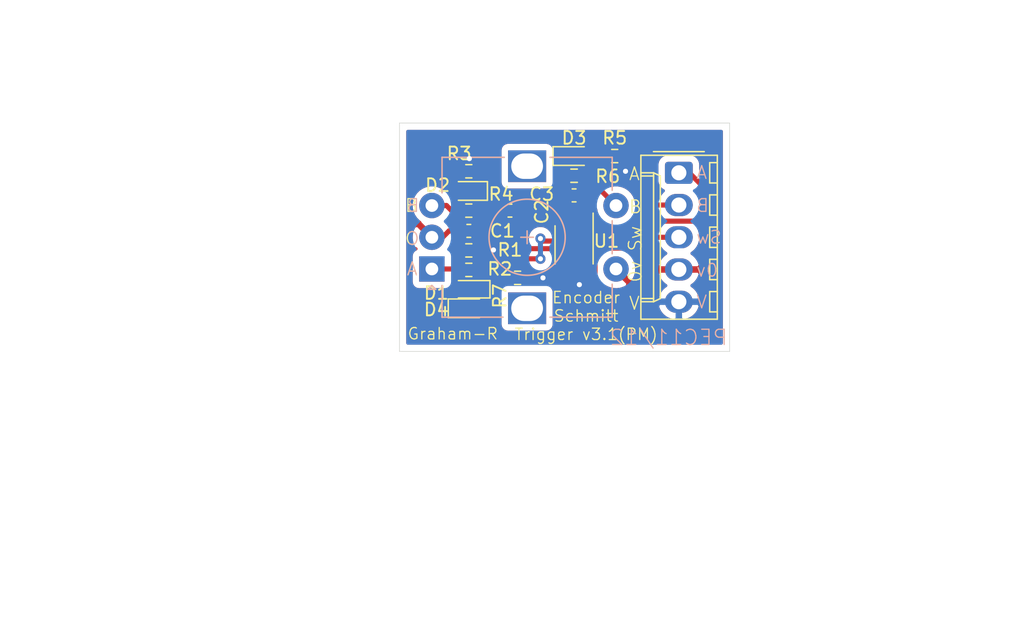
<source format=kicad_pcb>
(kicad_pcb (version 20171130) (host pcbnew 5.1.12-1.fc35)

  (general
    (thickness 1.6)
    (drawings 25)
    (tracks 108)
    (zones 0)
    (modules 17)
    (nets 13)
  )

  (page A4)
  (layers
    (0 F.Cu signal)
    (31 B.Cu signal)
    (32 B.Adhes user hide)
    (33 F.Adhes user hide)
    (34 B.Paste user hide)
    (35 F.Paste user hide)
    (36 B.SilkS user hide)
    (37 F.SilkS user)
    (38 B.Mask user hide)
    (39 F.Mask user hide)
    (40 Dwgs.User user)
    (41 Cmts.User user)
    (42 Eco1.User user hide)
    (43 Eco2.User user hide)
    (44 Edge.Cuts user)
    (45 Margin user)
    (46 B.CrtYd user)
    (47 F.CrtYd user)
    (48 B.Fab user hide)
    (49 F.Fab user hide)
  )

  (setup
    (last_trace_width 0.25)
    (user_trace_width 0.4)
    (user_trace_width 0.5)
    (user_trace_width 0.75)
    (user_trace_width 1)
    (trace_clearance 0.2)
    (zone_clearance 0.508)
    (zone_45_only no)
    (trace_min 0.2)
    (via_size 0.8)
    (via_drill 0.4)
    (via_min_size 0.4)
    (via_min_drill 0.3)
    (uvia_size 0.3)
    (uvia_drill 0.1)
    (uvias_allowed no)
    (uvia_min_size 0.2)
    (uvia_min_drill 0.1)
    (edge_width 0.05)
    (segment_width 0.2)
    (pcb_text_width 0.3)
    (pcb_text_size 1.5 1.5)
    (mod_edge_width 0.12)
    (mod_text_size 1 1)
    (mod_text_width 0.15)
    (pad_size 1.524 1.524)
    (pad_drill 0.762)
    (pad_to_mask_clearance 0)
    (aux_axis_origin 0 0)
    (visible_elements FFFFFF7F)
    (pcbplotparams
      (layerselection 0x010fc_ffffffff)
      (usegerberextensions false)
      (usegerberattributes true)
      (usegerberadvancedattributes true)
      (creategerberjobfile true)
      (excludeedgelayer true)
      (linewidth 0.100000)
      (plotframeref false)
      (viasonmask false)
      (mode 1)
      (useauxorigin false)
      (hpglpennumber 1)
      (hpglpenspeed 20)
      (hpglpendiameter 15.000000)
      (psnegative false)
      (psa4output false)
      (plotreference true)
      (plotvalue true)
      (plotinvisibletext false)
      (padsonsilk false)
      (subtractmaskfromsilk false)
      (outputformat 1)
      (mirror false)
      (drillshape 1)
      (scaleselection 1)
      (outputdirectory ""))
  )

  (net 0 "")
  (net 1 GND)
  (net 2 VCC)
  (net 3 Trig_EncA)
  (net 4 Trig_EncB)
  (net 5 Trig_EncSw)
  (net 6 Sig_EncA)
  (net 7 Sig_EncB)
  (net 8 Sig_EncSw)
  (net 9 /EncA_Out)
  (net 10 /EncB_Out)
  (net 11 /EncSw_Out)
  (net 12 "Net-(D4-Pad2)")

  (net_class Default "This is the default net class."
    (clearance 0.2)
    (trace_width 0.25)
    (via_dia 0.8)
    (via_drill 0.4)
    (uvia_dia 0.3)
    (uvia_drill 0.1)
    (add_net /EncA_Out)
    (add_net /EncB_Out)
    (add_net /EncSw_Out)
    (add_net GND)
    (add_net "Net-(D4-Pad2)")
    (add_net Sig_EncA)
    (add_net Sig_EncB)
    (add_net Sig_EncSw)
    (add_net Trig_EncA)
    (add_net Trig_EncB)
    (add_net Trig_EncSw)
    (add_net VCC)
  )

  (module Resistor_SMD:R_0603_1608Metric (layer F.Cu) (tedit 5F68FEEE) (tstamp 61A1C932)
    (at 201.1 76.9 180)
    (descr "Resistor SMD 0603 (1608 Metric), square (rectangular) end terminal, IPC_7351 nominal, (Body size source: IPC-SM-782 page 72, https://www.pcb-3d.com/wordpress/wp-content/uploads/ipc-sm-782a_amendment_1_and_2.pdf), generated with kicad-footprint-generator")
    (tags resistor)
    (path /61A2DF6A)
    (attr smd)
    (fp_text reference R7 (at 1.4 -1.43 90) (layer F.SilkS)
      (effects (font (size 1 1) (thickness 0.15)))
    )
    (fp_text value 1K (at 0 1.43) (layer F.Fab)
      (effects (font (size 1 1) (thickness 0.15)))
    )
    (fp_line (start 1.48 0.73) (end -1.48 0.73) (layer F.CrtYd) (width 0.05))
    (fp_line (start 1.48 -0.73) (end 1.48 0.73) (layer F.CrtYd) (width 0.05))
    (fp_line (start -1.48 -0.73) (end 1.48 -0.73) (layer F.CrtYd) (width 0.05))
    (fp_line (start -1.48 0.73) (end -1.48 -0.73) (layer F.CrtYd) (width 0.05))
    (fp_line (start -0.237258 0.5225) (end 0.237258 0.5225) (layer F.SilkS) (width 0.12))
    (fp_line (start -0.237258 -0.5225) (end 0.237258 -0.5225) (layer F.SilkS) (width 0.12))
    (fp_line (start 0.8 0.4125) (end -0.8 0.4125) (layer F.Fab) (width 0.1))
    (fp_line (start 0.8 -0.4125) (end 0.8 0.4125) (layer F.Fab) (width 0.1))
    (fp_line (start -0.8 -0.4125) (end 0.8 -0.4125) (layer F.Fab) (width 0.1))
    (fp_line (start -0.8 0.4125) (end -0.8 -0.4125) (layer F.Fab) (width 0.1))
    (fp_text user %R (at 0 0) (layer F.Fab)
      (effects (font (size 0.4 0.4) (thickness 0.06)))
    )
    (pad 2 smd roundrect (at 0.825 0 180) (size 0.8 0.95) (layers F.Cu F.Paste F.Mask) (roundrect_rratio 0.25)
      (net 12 "Net-(D4-Pad2)"))
    (pad 1 smd roundrect (at -0.825 0 180) (size 0.8 0.95) (layers F.Cu F.Paste F.Mask) (roundrect_rratio 0.25)
      (net 2 VCC))
    (model ${KISYS3DMOD}/Resistor_SMD.3dshapes/R_0603_1608Metric.wrl
      (at (xyz 0 0 0))
      (scale (xyz 1 1 1))
      (rotate (xyz 0 0 0))
    )
  )

  (module LED_SMD:LED_0603_1608Metric_Pad1.05x0.95mm_HandSolder (layer F.Cu) (tedit 5F68FEF1) (tstamp 61A1C803)
    (at 197.3 79.3)
    (descr "LED SMD 0603 (1608 Metric), square (rectangular) end terminal, IPC_7351 nominal, (Body size source: http://www.tortai-tech.com/upload/download/2011102023233369053.pdf), generated with kicad-footprint-generator")
    (tags "LED handsolder")
    (path /61A283AB)
    (attr smd)
    (fp_text reference D4 (at -2.6 0.1) (layer F.SilkS)
      (effects (font (size 1 1) (thickness 0.15)))
    )
    (fp_text value LED (at 0 1.43) (layer F.Fab)
      (effects (font (size 1 1) (thickness 0.15)))
    )
    (fp_line (start 1.65 0.73) (end -1.65 0.73) (layer F.CrtYd) (width 0.05))
    (fp_line (start 1.65 -0.73) (end 1.65 0.73) (layer F.CrtYd) (width 0.05))
    (fp_line (start -1.65 -0.73) (end 1.65 -0.73) (layer F.CrtYd) (width 0.05))
    (fp_line (start -1.65 0.73) (end -1.65 -0.73) (layer F.CrtYd) (width 0.05))
    (fp_line (start -1.66 0.735) (end 0.8 0.735) (layer F.SilkS) (width 0.12))
    (fp_line (start -1.66 -0.735) (end -1.66 0.735) (layer F.SilkS) (width 0.12))
    (fp_line (start 0.8 -0.735) (end -1.66 -0.735) (layer F.SilkS) (width 0.12))
    (fp_line (start 0.8 0.4) (end 0.8 -0.4) (layer F.Fab) (width 0.1))
    (fp_line (start -0.8 0.4) (end 0.8 0.4) (layer F.Fab) (width 0.1))
    (fp_line (start -0.8 -0.1) (end -0.8 0.4) (layer F.Fab) (width 0.1))
    (fp_line (start -0.5 -0.4) (end -0.8 -0.1) (layer F.Fab) (width 0.1))
    (fp_line (start 0.8 -0.4) (end -0.5 -0.4) (layer F.Fab) (width 0.1))
    (fp_text user %R (at 0 0) (layer F.Fab)
      (effects (font (size 0.4 0.4) (thickness 0.06)))
    )
    (pad 2 smd roundrect (at 0.875 0) (size 1.05 0.95) (layers F.Cu F.Paste F.Mask) (roundrect_rratio 0.25)
      (net 12 "Net-(D4-Pad2)"))
    (pad 1 smd roundrect (at -0.875 0) (size 1.05 0.95) (layers F.Cu F.Paste F.Mask) (roundrect_rratio 0.25)
      (net 1 GND))
    (model ${KISYS3DMOD}/LED_SMD.3dshapes/LED_0603_1608Metric.wrl
      (at (xyz 0 0 0))
      (scale (xyz 1 1 1))
      (rotate (xyz 0 0 0))
    )
  )

  (module Connector_Molex:Molex_KK-254_AE-6410-05A_1x05_P2.54mm_Vertical locked (layer F.Cu) (tedit 5EA53D3B) (tstamp 61A137F2)
    (at 213.8 68.62 270)
    (descr "Molex KK-254 Interconnect System, old/engineering part number: AE-6410-05A example for new part number: 22-27-2051, 5 Pins (http://www.molex.com/pdm_docs/sd/022272021_sd.pdf), generated with kicad-footprint-generator")
    (tags "connector Molex KK-254 vertical")
    (path /61B1F759)
    (fp_text reference J1 (at -2.52 0) (layer F.SilkS) hide
      (effects (font (size 1 1) (thickness 0.15)))
    )
    (fp_text value Interface (at 5.08 4.08 90) (layer F.Fab)
      (effects (font (size 1 1) (thickness 0.15)))
    )
    (fp_line (start 11.93 -3.42) (end -1.77 -3.42) (layer F.CrtYd) (width 0.05))
    (fp_line (start 11.93 3.38) (end 11.93 -3.42) (layer F.CrtYd) (width 0.05))
    (fp_line (start -1.77 3.38) (end 11.93 3.38) (layer F.CrtYd) (width 0.05))
    (fp_line (start -1.77 -3.42) (end -1.77 3.38) (layer F.CrtYd) (width 0.05))
    (fp_line (start 10.96 -2.43) (end 10.96 -3.03) (layer F.SilkS) (width 0.12))
    (fp_line (start 9.36 -2.43) (end 10.96 -2.43) (layer F.SilkS) (width 0.12))
    (fp_line (start 9.36 -3.03) (end 9.36 -2.43) (layer F.SilkS) (width 0.12))
    (fp_line (start 8.42 -2.43) (end 8.42 -3.03) (layer F.SilkS) (width 0.12))
    (fp_line (start 6.82 -2.43) (end 8.42 -2.43) (layer F.SilkS) (width 0.12))
    (fp_line (start 6.82 -3.03) (end 6.82 -2.43) (layer F.SilkS) (width 0.12))
    (fp_line (start 5.88 -2.43) (end 5.88 -3.03) (layer F.SilkS) (width 0.12))
    (fp_line (start 4.28 -2.43) (end 5.88 -2.43) (layer F.SilkS) (width 0.12))
    (fp_line (start 4.28 -3.03) (end 4.28 -2.43) (layer F.SilkS) (width 0.12))
    (fp_line (start 3.34 -2.43) (end 3.34 -3.03) (layer F.SilkS) (width 0.12))
    (fp_line (start 1.74 -2.43) (end 3.34 -2.43) (layer F.SilkS) (width 0.12))
    (fp_line (start 1.74 -3.03) (end 1.74 -2.43) (layer F.SilkS) (width 0.12))
    (fp_line (start 0.8 -2.43) (end 0.8 -3.03) (layer F.SilkS) (width 0.12))
    (fp_line (start -0.8 -2.43) (end 0.8 -2.43) (layer F.SilkS) (width 0.12))
    (fp_line (start -0.8 -3.03) (end -0.8 -2.43) (layer F.SilkS) (width 0.12))
    (fp_line (start 9.91 2.99) (end 9.91 1.99) (layer F.SilkS) (width 0.12))
    (fp_line (start 0.25 2.99) (end 0.25 1.99) (layer F.SilkS) (width 0.12))
    (fp_line (start 9.91 1.46) (end 10.16 1.99) (layer F.SilkS) (width 0.12))
    (fp_line (start 0.25 1.46) (end 9.91 1.46) (layer F.SilkS) (width 0.12))
    (fp_line (start 0 1.99) (end 0.25 1.46) (layer F.SilkS) (width 0.12))
    (fp_line (start 10.16 1.99) (end 10.16 2.99) (layer F.SilkS) (width 0.12))
    (fp_line (start 0 1.99) (end 10.16 1.99) (layer F.SilkS) (width 0.12))
    (fp_line (start 0 2.99) (end 0 1.99) (layer F.SilkS) (width 0.12))
    (fp_line (start -0.562893 0) (end -1.27 0.5) (layer F.Fab) (width 0.1))
    (fp_line (start -1.27 -0.5) (end -0.562893 0) (layer F.Fab) (width 0.1))
    (fp_line (start -1.67 -2) (end -1.67 2) (layer F.SilkS) (width 0.12))
    (fp_line (start 11.54 -3.03) (end -1.38 -3.03) (layer F.SilkS) (width 0.12))
    (fp_line (start 11.54 2.99) (end 11.54 -3.03) (layer F.SilkS) (width 0.12))
    (fp_line (start -1.38 2.99) (end 11.54 2.99) (layer F.SilkS) (width 0.12))
    (fp_line (start -1.38 -3.03) (end -1.38 2.99) (layer F.SilkS) (width 0.12))
    (fp_line (start 11.43 -2.92) (end -1.27 -2.92) (layer F.Fab) (width 0.1))
    (fp_line (start 11.43 2.88) (end 11.43 -2.92) (layer F.Fab) (width 0.1))
    (fp_line (start -1.27 2.88) (end 11.43 2.88) (layer F.Fab) (width 0.1))
    (fp_line (start -1.27 -2.92) (end -1.27 2.88) (layer F.Fab) (width 0.1))
    (fp_text user %R (at 5.08 -2.22 90) (layer F.Fab)
      (effects (font (size 1 1) (thickness 0.15)))
    )
    (pad 1 thru_hole roundrect (at 0 0 270) (size 1.74 2.19) (drill 1.19) (layers *.Cu *.Mask) (roundrect_rratio 0.143678)
      (net 9 /EncA_Out))
    (pad 2 thru_hole oval (at 2.54 0 270) (size 1.74 2.19) (drill 1.19) (layers *.Cu *.Mask)
      (net 10 /EncB_Out))
    (pad 3 thru_hole oval (at 5.08 0 270) (size 1.74 2.19) (drill 1.19) (layers *.Cu *.Mask)
      (net 11 /EncSw_Out))
    (pad 4 thru_hole oval (at 7.62 0 270) (size 1.74 2.19) (drill 1.19) (layers *.Cu *.Mask)
      (net 1 GND))
    (pad 5 thru_hole oval (at 10.16 0 270) (size 1.74 2.19) (drill 1.19) (layers *.Cu *.Mask)
      (net 2 VCC))
    (model ${KISYS3DMOD}/Connector_Molex.3dshapes/Molex_KK-254_AE-6410-05A_1x05_P2.54mm_Vertical.wrl
      (at (xyz 0 0 0))
      (scale (xyz 1 1 1))
      (rotate (xyz 0 0 0))
    )
  )

  (module Package_SO:SSOP-8_2.95x2.8mm_P0.65mm (layer F.Cu) (tedit 5A02F25C) (tstamp 619EA000)
    (at 205.55 74.3 270)
    (descr "SSOP-8 2.9 x2.8mm Pitch 0.65mm")
    (tags "SSOP-8 2.95x2.8mm Pitch 0.65mm")
    (path /619EC3D6)
    (attr smd)
    (fp_text reference U1 (at -0.3 -2.55 180) (layer F.SilkS)
      (effects (font (size 1 1) (thickness 0.15)))
    )
    (fp_text value 74LVC3G14 (at 0 2.6 90) (layer F.Fab)
      (effects (font (size 1 1) (thickness 0.15)))
    )
    (fp_line (start 1.475 -1.4) (end 1.475 1.4) (layer F.Fab) (width 0.1))
    (fp_line (start 1.475 1.4) (end -1.475 1.4) (layer F.Fab) (width 0.1))
    (fp_line (start -1.475 1.4) (end -1.475 -0.7) (layer F.Fab) (width 0.1))
    (fp_line (start -0.475 -1.4) (end 1.475 -1.4) (layer F.Fab) (width 0.1))
    (fp_line (start -0.475 -1.4) (end -1.475 -0.7) (layer F.Fab) (width 0.1))
    (fp_line (start 1.5 -1.5) (end -2.5 -1.5) (layer F.SilkS) (width 0.12))
    (fp_line (start 1.5 1.5) (end -1.5 1.5) (layer F.SilkS) (width 0.12))
    (fp_line (start 2.75 -1.65) (end 2.75 1.65) (layer F.CrtYd) (width 0.05))
    (fp_line (start 2.75 1.65) (end -2.75 1.65) (layer F.CrtYd) (width 0.05))
    (fp_line (start -2.75 1.65) (end -2.75 -1.65) (layer F.CrtYd) (width 0.05))
    (fp_line (start -2.75 -1.65) (end 2.75 -1.65) (layer F.CrtYd) (width 0.05))
    (fp_text user %R (at 0 0 90) (layer F.Fab)
      (effects (font (size 0.6 0.6) (thickness 0.15)))
    )
    (pad 8 smd rect (at 1.7 -0.975 180) (size 0.3 1.6) (layers F.Cu F.Paste F.Mask)
      (net 2 VCC))
    (pad 7 smd rect (at 1.7 -0.325 180) (size 0.3 1.6) (layers F.Cu F.Paste F.Mask)
      (net 9 /EncA_Out))
    (pad 6 smd rect (at 1.7 0.325 180) (size 0.3 1.6) (layers F.Cu F.Paste F.Mask)
      (net 4 Trig_EncB))
    (pad 5 smd rect (at 1.7 0.975 180) (size 0.3 1.6) (layers F.Cu F.Paste F.Mask)
      (net 11 /EncSw_Out))
    (pad 4 smd rect (at -1.7 0.975 180) (size 0.3 1.6) (layers F.Cu F.Paste F.Mask)
      (net 1 GND))
    (pad 3 smd rect (at -1.7 0.325 180) (size 0.3 1.6) (layers F.Cu F.Paste F.Mask)
      (net 5 Trig_EncSw))
    (pad 2 smd rect (at -1.7 -0.325 180) (size 0.3 1.6) (layers F.Cu F.Paste F.Mask)
      (net 10 /EncB_Out))
    (pad 1 smd rect (at -1.7 -0.975 180) (size 0.3 1.6) (layers F.Cu F.Paste F.Mask)
      (net 3 Trig_EncA))
    (model ${KISYS3DMOD}/Package_SO.3dshapes/SSOP-8_2.95x2.8mm_P0.65mm.wrl
      (at (xyz 0 0 0))
      (scale (xyz 1 1 1))
      (rotate (xyz 0 0 0))
    )
  )

  (module Resistor_SMD:R_0603_1608Metric_Pad0.98x0.95mm_HandSolder (layer F.Cu) (tedit 5F68FEEE) (tstamp 619EB4A2)
    (at 205.55 68.85)
    (descr "Resistor SMD 0603 (1608 Metric), square (rectangular) end terminal, IPC_7351 nominal with elongated pad for handsoldering. (Body size source: IPC-SM-782 page 72, https://www.pcb-3d.com/wordpress/wp-content/uploads/ipc-sm-782a_amendment_1_and_2.pdf), generated with kicad-footprint-generator")
    (tags "resistor handsolder")
    (path /61A01A41)
    (attr smd)
    (fp_text reference R6 (at 2.65 0.05) (layer F.SilkS)
      (effects (font (size 1 1) (thickness 0.15)))
    )
    (fp_text value 18K2 (at 0 1.43) (layer F.Fab)
      (effects (font (size 1 1) (thickness 0.15)))
    )
    (fp_line (start -0.8 0.4125) (end -0.8 -0.4125) (layer F.Fab) (width 0.1))
    (fp_line (start -0.8 -0.4125) (end 0.8 -0.4125) (layer F.Fab) (width 0.1))
    (fp_line (start 0.8 -0.4125) (end 0.8 0.4125) (layer F.Fab) (width 0.1))
    (fp_line (start 0.8 0.4125) (end -0.8 0.4125) (layer F.Fab) (width 0.1))
    (fp_line (start -0.254724 -0.5225) (end 0.254724 -0.5225) (layer F.SilkS) (width 0.12))
    (fp_line (start -0.254724 0.5225) (end 0.254724 0.5225) (layer F.SilkS) (width 0.12))
    (fp_line (start -1.65 0.73) (end -1.65 -0.73) (layer F.CrtYd) (width 0.05))
    (fp_line (start -1.65 -0.73) (end 1.65 -0.73) (layer F.CrtYd) (width 0.05))
    (fp_line (start 1.65 -0.73) (end 1.65 0.73) (layer F.CrtYd) (width 0.05))
    (fp_line (start 1.65 0.73) (end -1.65 0.73) (layer F.CrtYd) (width 0.05))
    (fp_text user %R (at 0 0) (layer F.Fab)
      (effects (font (size 0.4 0.4) (thickness 0.06)))
    )
    (pad 2 smd roundrect (at 0.9125 0) (size 0.975 0.95) (layers F.Cu F.Paste F.Mask) (roundrect_rratio 0.25)
      (net 8 Sig_EncSw))
    (pad 1 smd roundrect (at -0.9125 0) (size 0.975 0.95) (layers F.Cu F.Paste F.Mask) (roundrect_rratio 0.25)
      (net 5 Trig_EncSw))
    (model ${KISYS3DMOD}/Resistor_SMD.3dshapes/R_0603_1608Metric.wrl
      (at (xyz 0 0 0))
      (scale (xyz 1 1 1))
      (rotate (xyz 0 0 0))
    )
  )

  (module Resistor_SMD:R_0603_1608Metric (layer F.Cu) (tedit 5F68FEEE) (tstamp 619EB493)
    (at 208.75 67.3)
    (descr "Resistor SMD 0603 (1608 Metric), square (rectangular) end terminal, IPC_7351 nominal, (Body size source: IPC-SM-782 page 72, https://www.pcb-3d.com/wordpress/wp-content/uploads/ipc-sm-782a_amendment_1_and_2.pdf), generated with kicad-footprint-generator")
    (tags resistor)
    (path /61A01A35)
    (attr smd)
    (fp_text reference R5 (at 0 -1.43) (layer F.SilkS)
      (effects (font (size 1 1) (thickness 0.15)))
    )
    (fp_text value 82K (at 0 1.43) (layer F.Fab)
      (effects (font (size 1 1) (thickness 0.15)))
    )
    (fp_line (start -0.8 0.4125) (end -0.8 -0.4125) (layer F.Fab) (width 0.1))
    (fp_line (start -0.8 -0.4125) (end 0.8 -0.4125) (layer F.Fab) (width 0.1))
    (fp_line (start 0.8 -0.4125) (end 0.8 0.4125) (layer F.Fab) (width 0.1))
    (fp_line (start 0.8 0.4125) (end -0.8 0.4125) (layer F.Fab) (width 0.1))
    (fp_line (start -0.237258 -0.5225) (end 0.237258 -0.5225) (layer F.SilkS) (width 0.12))
    (fp_line (start -0.237258 0.5225) (end 0.237258 0.5225) (layer F.SilkS) (width 0.12))
    (fp_line (start -1.48 0.73) (end -1.48 -0.73) (layer F.CrtYd) (width 0.05))
    (fp_line (start -1.48 -0.73) (end 1.48 -0.73) (layer F.CrtYd) (width 0.05))
    (fp_line (start 1.48 -0.73) (end 1.48 0.73) (layer F.CrtYd) (width 0.05))
    (fp_line (start 1.48 0.73) (end -1.48 0.73) (layer F.CrtYd) (width 0.05))
    (fp_text user %R (at 0 0) (layer F.Fab)
      (effects (font (size 0.4 0.4) (thickness 0.06)))
    )
    (pad 2 smd roundrect (at 0.825 0) (size 0.8 0.95) (layers F.Cu F.Paste F.Mask) (roundrect_rratio 0.25)
      (net 2 VCC))
    (pad 1 smd roundrect (at -0.825 0) (size 0.8 0.95) (layers F.Cu F.Paste F.Mask) (roundrect_rratio 0.25)
      (net 8 Sig_EncSw))
    (model ${KISYS3DMOD}/Resistor_SMD.3dshapes/R_0603_1608Metric.wrl
      (at (xyz 0 0 0))
      (scale (xyz 1 1 1))
      (rotate (xyz 0 0 0))
    )
  )

  (module Resistor_SMD:R_0603_1608Metric (layer F.Cu) (tedit 5F68FEEE) (tstamp 61A10711)
    (at 197.258834 71.6 180)
    (descr "Resistor SMD 0603 (1608 Metric), square (rectangular) end terminal, IPC_7351 nominal, (Body size source: IPC-SM-782 page 72, https://www.pcb-3d.com/wordpress/wp-content/uploads/ipc-sm-782a_amendment_1_and_2.pdf), generated with kicad-footprint-generator")
    (tags resistor)
    (path /619FE153)
    (attr smd)
    (fp_text reference R4 (at -2.541166 1.3) (layer F.SilkS)
      (effects (font (size 1 1) (thickness 0.15)))
    )
    (fp_text value 18K2 (at 0 1.43) (layer F.Fab)
      (effects (font (size 1 1) (thickness 0.15)))
    )
    (fp_line (start -0.8 0.4125) (end -0.8 -0.4125) (layer F.Fab) (width 0.1))
    (fp_line (start -0.8 -0.4125) (end 0.8 -0.4125) (layer F.Fab) (width 0.1))
    (fp_line (start 0.8 -0.4125) (end 0.8 0.4125) (layer F.Fab) (width 0.1))
    (fp_line (start 0.8 0.4125) (end -0.8 0.4125) (layer F.Fab) (width 0.1))
    (fp_line (start -0.237258 -0.5225) (end 0.237258 -0.5225) (layer F.SilkS) (width 0.12))
    (fp_line (start -0.237258 0.5225) (end 0.237258 0.5225) (layer F.SilkS) (width 0.12))
    (fp_line (start -1.48 0.73) (end -1.48 -0.73) (layer F.CrtYd) (width 0.05))
    (fp_line (start -1.48 -0.73) (end 1.48 -0.73) (layer F.CrtYd) (width 0.05))
    (fp_line (start 1.48 -0.73) (end 1.48 0.73) (layer F.CrtYd) (width 0.05))
    (fp_line (start 1.48 0.73) (end -1.48 0.73) (layer F.CrtYd) (width 0.05))
    (fp_text user %R (at 0 0) (layer F.Fab)
      (effects (font (size 0.4 0.4) (thickness 0.06)))
    )
    (pad 2 smd roundrect (at 0.825 0 180) (size 0.8 0.95) (layers F.Cu F.Paste F.Mask) (roundrect_rratio 0.25)
      (net 7 Sig_EncB))
    (pad 1 smd roundrect (at -0.825 0 180) (size 0.8 0.95) (layers F.Cu F.Paste F.Mask) (roundrect_rratio 0.25)
      (net 4 Trig_EncB))
    (model ${KISYS3DMOD}/Resistor_SMD.3dshapes/R_0603_1608Metric.wrl
      (at (xyz 0 0 0))
      (scale (xyz 1 1 1))
      (rotate (xyz 0 0 0))
    )
  )

  (module Resistor_SMD:R_0603_1608Metric (layer F.Cu) (tedit 5F68FEEE) (tstamp 61A10741)
    (at 197.258834 68.5)
    (descr "Resistor SMD 0603 (1608 Metric), square (rectangular) end terminal, IPC_7351 nominal, (Body size source: IPC-SM-782 page 72, https://www.pcb-3d.com/wordpress/wp-content/uploads/ipc-sm-782a_amendment_1_and_2.pdf), generated with kicad-footprint-generator")
    (tags resistor)
    (path /619FE147)
    (attr smd)
    (fp_text reference R3 (at -0.758834 -1.4) (layer F.SilkS)
      (effects (font (size 1 1) (thickness 0.15)))
    )
    (fp_text value 82K (at 0 1.43) (layer F.Fab)
      (effects (font (size 1 1) (thickness 0.15)))
    )
    (fp_line (start -0.8 0.4125) (end -0.8 -0.4125) (layer F.Fab) (width 0.1))
    (fp_line (start -0.8 -0.4125) (end 0.8 -0.4125) (layer F.Fab) (width 0.1))
    (fp_line (start 0.8 -0.4125) (end 0.8 0.4125) (layer F.Fab) (width 0.1))
    (fp_line (start 0.8 0.4125) (end -0.8 0.4125) (layer F.Fab) (width 0.1))
    (fp_line (start -0.237258 -0.5225) (end 0.237258 -0.5225) (layer F.SilkS) (width 0.12))
    (fp_line (start -0.237258 0.5225) (end 0.237258 0.5225) (layer F.SilkS) (width 0.12))
    (fp_line (start -1.48 0.73) (end -1.48 -0.73) (layer F.CrtYd) (width 0.05))
    (fp_line (start -1.48 -0.73) (end 1.48 -0.73) (layer F.CrtYd) (width 0.05))
    (fp_line (start 1.48 -0.73) (end 1.48 0.73) (layer F.CrtYd) (width 0.05))
    (fp_line (start 1.48 0.73) (end -1.48 0.73) (layer F.CrtYd) (width 0.05))
    (fp_text user %R (at 0 0) (layer F.Fab)
      (effects (font (size 0.4 0.4) (thickness 0.06)))
    )
    (pad 2 smd roundrect (at 0.825 0) (size 0.8 0.95) (layers F.Cu F.Paste F.Mask) (roundrect_rratio 0.25)
      (net 2 VCC))
    (pad 1 smd roundrect (at -0.825 0) (size 0.8 0.95) (layers F.Cu F.Paste F.Mask) (roundrect_rratio 0.25)
      (net 7 Sig_EncB))
    (model ${KISYS3DMOD}/Resistor_SMD.3dshapes/R_0603_1608Metric.wrl
      (at (xyz 0 0 0))
      (scale (xyz 1 1 1))
      (rotate (xyz 0 0 0))
    )
  )

  (module Resistor_SMD:R_0603_1608Metric (layer F.Cu) (tedit 5F68FEEE) (tstamp 619E9FA2)
    (at 197.258834 76.273334 180)
    (descr "Resistor SMD 0603 (1608 Metric), square (rectangular) end terminal, IPC_7351 nominal, (Body size source: IPC-SM-782 page 72, https://www.pcb-3d.com/wordpress/wp-content/uploads/ipc-sm-782a_amendment_1_and_2.pdf), generated with kicad-footprint-generator")
    (tags resistor)
    (path /619D627B)
    (attr smd)
    (fp_text reference R2 (at -2.441166 0.073334) (layer F.SilkS)
      (effects (font (size 1 1) (thickness 0.15)))
    )
    (fp_text value 18K2 (at 0 1.43) (layer F.Fab)
      (effects (font (size 1 1) (thickness 0.15)))
    )
    (fp_line (start 1.48 0.73) (end -1.48 0.73) (layer F.CrtYd) (width 0.05))
    (fp_line (start 1.48 -0.73) (end 1.48 0.73) (layer F.CrtYd) (width 0.05))
    (fp_line (start -1.48 -0.73) (end 1.48 -0.73) (layer F.CrtYd) (width 0.05))
    (fp_line (start -1.48 0.73) (end -1.48 -0.73) (layer F.CrtYd) (width 0.05))
    (fp_line (start -0.237258 0.5225) (end 0.237258 0.5225) (layer F.SilkS) (width 0.12))
    (fp_line (start -0.237258 -0.5225) (end 0.237258 -0.5225) (layer F.SilkS) (width 0.12))
    (fp_line (start 0.8 0.4125) (end -0.8 0.4125) (layer F.Fab) (width 0.1))
    (fp_line (start 0.8 -0.4125) (end 0.8 0.4125) (layer F.Fab) (width 0.1))
    (fp_line (start -0.8 -0.4125) (end 0.8 -0.4125) (layer F.Fab) (width 0.1))
    (fp_line (start -0.8 0.4125) (end -0.8 -0.4125) (layer F.Fab) (width 0.1))
    (fp_text user %R (at 0 0) (layer F.Fab)
      (effects (font (size 0.4 0.4) (thickness 0.06)))
    )
    (pad 1 smd roundrect (at -0.825 0 180) (size 0.8 0.95) (layers F.Cu F.Paste F.Mask) (roundrect_rratio 0.25)
      (net 3 Trig_EncA))
    (pad 2 smd roundrect (at 0.825 0 180) (size 0.8 0.95) (layers F.Cu F.Paste F.Mask) (roundrect_rratio 0.25)
      (net 6 Sig_EncA))
    (model ${KISYS3DMOD}/Resistor_SMD.3dshapes/R_0603_1608Metric.wrl
      (at (xyz 0 0 0))
      (scale (xyz 1 1 1))
      (rotate (xyz 0 0 0))
    )
  )

  (module Resistor_SMD:R_0603_1608Metric (layer F.Cu) (tedit 5F68FEEE) (tstamp 61A166A2)
    (at 197.258834 74.736668)
    (descr "Resistor SMD 0603 (1608 Metric), square (rectangular) end terminal, IPC_7351 nominal, (Body size source: IPC-SM-782 page 72, https://www.pcb-3d.com/wordpress/wp-content/uploads/ipc-sm-782a_amendment_1_and_2.pdf), generated with kicad-footprint-generator")
    (tags resistor)
    (path /619D386E)
    (attr smd)
    (fp_text reference R1 (at 3.241166 -0.036668) (layer F.SilkS)
      (effects (font (size 1 1) (thickness 0.15)))
    )
    (fp_text value 82K (at 0 1.43) (layer F.Fab)
      (effects (font (size 1 1) (thickness 0.15)))
    )
    (fp_line (start 1.48 0.73) (end -1.48 0.73) (layer F.CrtYd) (width 0.05))
    (fp_line (start 1.48 -0.73) (end 1.48 0.73) (layer F.CrtYd) (width 0.05))
    (fp_line (start -1.48 -0.73) (end 1.48 -0.73) (layer F.CrtYd) (width 0.05))
    (fp_line (start -1.48 0.73) (end -1.48 -0.73) (layer F.CrtYd) (width 0.05))
    (fp_line (start -0.237258 0.5225) (end 0.237258 0.5225) (layer F.SilkS) (width 0.12))
    (fp_line (start -0.237258 -0.5225) (end 0.237258 -0.5225) (layer F.SilkS) (width 0.12))
    (fp_line (start 0.8 0.4125) (end -0.8 0.4125) (layer F.Fab) (width 0.1))
    (fp_line (start 0.8 -0.4125) (end 0.8 0.4125) (layer F.Fab) (width 0.1))
    (fp_line (start -0.8 -0.4125) (end 0.8 -0.4125) (layer F.Fab) (width 0.1))
    (fp_line (start -0.8 0.4125) (end -0.8 -0.4125) (layer F.Fab) (width 0.1))
    (fp_text user %R (at 0 0) (layer F.Fab)
      (effects (font (size 0.4 0.4) (thickness 0.06)))
    )
    (pad 1 smd roundrect (at -0.825 0) (size 0.8 0.95) (layers F.Cu F.Paste F.Mask) (roundrect_rratio 0.25)
      (net 6 Sig_EncA))
    (pad 2 smd roundrect (at 0.825 0) (size 0.8 0.95) (layers F.Cu F.Paste F.Mask) (roundrect_rratio 0.25)
      (net 2 VCC))
    (model ${KISYS3DMOD}/Resistor_SMD.3dshapes/R_0603_1608Metric.wrl
      (at (xyz 0 0 0))
      (scale (xyz 1 1 1))
      (rotate (xyz 0 0 0))
    )
  )

  (module Diode_SMD:D_0603_1608Metric_Pad1.05x0.95mm_HandSolder (layer F.Cu) (tedit 5F68FEF0) (tstamp 619EB360)
    (at 205.55 67.3)
    (descr "Diode SMD 0603 (1608 Metric), square (rectangular) end terminal, IPC_7351 nominal, (Body size source: http://www.tortai-tech.com/upload/download/2011102023233369053.pdf), generated with kicad-footprint-generator")
    (tags "diode handsolder")
    (path /61A01A49)
    (attr smd)
    (fp_text reference D3 (at 0 -1.43) (layer F.SilkS)
      (effects (font (size 1 1) (thickness 0.15)))
    )
    (fp_text value 1N4148 (at 0 1.43) (layer F.Fab)
      (effects (font (size 1 1) (thickness 0.15)))
    )
    (fp_line (start 0.8 -0.4) (end -0.5 -0.4) (layer F.Fab) (width 0.1))
    (fp_line (start -0.5 -0.4) (end -0.8 -0.1) (layer F.Fab) (width 0.1))
    (fp_line (start -0.8 -0.1) (end -0.8 0.4) (layer F.Fab) (width 0.1))
    (fp_line (start -0.8 0.4) (end 0.8 0.4) (layer F.Fab) (width 0.1))
    (fp_line (start 0.8 0.4) (end 0.8 -0.4) (layer F.Fab) (width 0.1))
    (fp_line (start 0.8 -0.735) (end -1.66 -0.735) (layer F.SilkS) (width 0.12))
    (fp_line (start -1.66 -0.735) (end -1.66 0.735) (layer F.SilkS) (width 0.12))
    (fp_line (start -1.66 0.735) (end 0.8 0.735) (layer F.SilkS) (width 0.12))
    (fp_line (start -1.65 0.73) (end -1.65 -0.73) (layer F.CrtYd) (width 0.05))
    (fp_line (start -1.65 -0.73) (end 1.65 -0.73) (layer F.CrtYd) (width 0.05))
    (fp_line (start 1.65 -0.73) (end 1.65 0.73) (layer F.CrtYd) (width 0.05))
    (fp_line (start 1.65 0.73) (end -1.65 0.73) (layer F.CrtYd) (width 0.05))
    (fp_text user %R (at 0 0) (layer F.Fab)
      (effects (font (size 0.4 0.4) (thickness 0.06)))
    )
    (pad 2 smd roundrect (at 0.875 0) (size 1.05 0.95) (layers F.Cu F.Paste F.Mask) (roundrect_rratio 0.25)
      (net 8 Sig_EncSw))
    (pad 1 smd roundrect (at -0.875 0) (size 1.05 0.95) (layers F.Cu F.Paste F.Mask) (roundrect_rratio 0.25)
      (net 5 Trig_EncSw))
    (model ${KISYS3DMOD}/Diode_SMD.3dshapes/D_0603_1608Metric.wrl
      (at (xyz 0 0 0))
      (scale (xyz 1 1 1))
      (rotate (xyz 0 0 0))
    )
  )

  (module Diode_SMD:D_0603_1608Metric (layer F.Cu) (tedit 5F68FEF0) (tstamp 61A164C0)
    (at 197.238834 70.05 180)
    (descr "Diode SMD 0603 (1608 Metric), square (rectangular) end terminal, IPC_7351 nominal, (Body size source: http://www.tortai-tech.com/upload/download/2011102023233369053.pdf), generated with kicad-footprint-generator")
    (tags diode)
    (path /619FE15B)
    (attr smd)
    (fp_text reference D2 (at 2.438834 0.45) (layer F.SilkS)
      (effects (font (size 1 1) (thickness 0.15)))
    )
    (fp_text value 1N4148 (at 0 1.43) (layer F.Fab)
      (effects (font (size 1 1) (thickness 0.15)))
    )
    (fp_line (start 0.8 -0.4) (end -0.5 -0.4) (layer F.Fab) (width 0.1))
    (fp_line (start -0.5 -0.4) (end -0.8 -0.1) (layer F.Fab) (width 0.1))
    (fp_line (start -0.8 -0.1) (end -0.8 0.4) (layer F.Fab) (width 0.1))
    (fp_line (start -0.8 0.4) (end 0.8 0.4) (layer F.Fab) (width 0.1))
    (fp_line (start 0.8 0.4) (end 0.8 -0.4) (layer F.Fab) (width 0.1))
    (fp_line (start 0.8 -0.735) (end -1.485 -0.735) (layer F.SilkS) (width 0.12))
    (fp_line (start -1.485 -0.735) (end -1.485 0.735) (layer F.SilkS) (width 0.12))
    (fp_line (start -1.485 0.735) (end 0.8 0.735) (layer F.SilkS) (width 0.12))
    (fp_line (start -1.48 0.73) (end -1.48 -0.73) (layer F.CrtYd) (width 0.05))
    (fp_line (start -1.48 -0.73) (end 1.48 -0.73) (layer F.CrtYd) (width 0.05))
    (fp_line (start 1.48 -0.73) (end 1.48 0.73) (layer F.CrtYd) (width 0.05))
    (fp_line (start 1.48 0.73) (end -1.48 0.73) (layer F.CrtYd) (width 0.05))
    (fp_text user %R (at 0 0) (layer F.Fab)
      (effects (font (size 0.4 0.4) (thickness 0.06)))
    )
    (pad 2 smd roundrect (at 0.7875 0 180) (size 0.875 0.95) (layers F.Cu F.Paste F.Mask) (roundrect_rratio 0.25)
      (net 7 Sig_EncB))
    (pad 1 smd roundrect (at -0.7875 0 180) (size 0.875 0.95) (layers F.Cu F.Paste F.Mask) (roundrect_rratio 0.25)
      (net 4 Trig_EncB))
    (model ${KISYS3DMOD}/Diode_SMD.3dshapes/D_0603_1608Metric.wrl
      (at (xyz 0 0 0))
      (scale (xyz 1 1 1))
      (rotate (xyz 0 0 0))
    )
  )

  (module Diode_SMD:D_0603_1608Metric_Castellated (layer F.Cu) (tedit 5F68FEF1) (tstamp 619E9F91)
    (at 197.238834 77.8 180)
    (descr "Diode SMD 0603 (1608 Metric), castellated end terminal, IPC_7351 nominal, (Body size source: http://www.tortai-tech.com/upload/download/2011102023233369053.pdf), generated with kicad-footprint-generator")
    (tags "diode castellated")
    (path /619D2140)
    (attr smd)
    (fp_text reference D1 (at 2.538834 -0.3) (layer F.SilkS)
      (effects (font (size 1 1) (thickness 0.15)))
    )
    (fp_text value 1N4148 (at 0 1.38) (layer F.Fab)
      (effects (font (size 1 1) (thickness 0.15)))
    )
    (fp_line (start 1.68 0.68) (end -1.68 0.68) (layer F.CrtYd) (width 0.05))
    (fp_line (start 1.68 -0.68) (end 1.68 0.68) (layer F.CrtYd) (width 0.05))
    (fp_line (start -1.68 -0.68) (end 1.68 -0.68) (layer F.CrtYd) (width 0.05))
    (fp_line (start -1.68 0.68) (end -1.68 -0.68) (layer F.CrtYd) (width 0.05))
    (fp_line (start -1.685 0.685) (end 0.8 0.685) (layer F.SilkS) (width 0.12))
    (fp_line (start -1.685 -0.685) (end -1.685 0.685) (layer F.SilkS) (width 0.12))
    (fp_line (start 0.8 -0.685) (end -1.685 -0.685) (layer F.SilkS) (width 0.12))
    (fp_line (start 0.8 0.4) (end 0.8 -0.4) (layer F.Fab) (width 0.1))
    (fp_line (start -0.8 0.4) (end 0.8 0.4) (layer F.Fab) (width 0.1))
    (fp_line (start -0.8 -0.1) (end -0.8 0.4) (layer F.Fab) (width 0.1))
    (fp_line (start -0.5 -0.4) (end -0.8 -0.1) (layer F.Fab) (width 0.1))
    (fp_line (start 0.8 -0.4) (end -0.5 -0.4) (layer F.Fab) (width 0.1))
    (fp_text user %R (at 0 0) (layer F.Fab)
      (effects (font (size 0.4 0.4) (thickness 0.06)))
    )
    (pad 1 smd roundrect (at -0.8125 0 180) (size 1.225 0.85) (layers F.Cu F.Paste F.Mask) (roundrect_rratio 0.25)
      (net 3 Trig_EncA))
    (pad 2 smd roundrect (at 0.8125 0 180) (size 1.225 0.85) (layers F.Cu F.Paste F.Mask) (roundrect_rratio 0.25)
      (net 6 Sig_EncA))
    (model ${KISYS3DMOD}/Diode_SMD.3dshapes/D_0603_1608Metric_Castellated.wrl
      (at (xyz 0 0 0))
      (scale (xyz 1 1 1))
      (rotate (xyz 0 0 0))
    )
  )

  (module Capacitor_SMD:C_0603_1608Metric_Pad1.08x0.95mm_HandSolder (layer F.Cu) (tedit 5F68FEEF) (tstamp 619EB2C0)
    (at 205.55 70.4)
    (descr "Capacitor SMD 0603 (1608 Metric), square (rectangular) end terminal, IPC_7351 nominal with elongated pad for handsoldering. (Body size source: IPC-SM-782 page 76, https://www.pcb-3d.com/wordpress/wp-content/uploads/ipc-sm-782a_amendment_1_and_2.pdf), generated with kicad-footprint-generator")
    (tags "capacitor handsolder")
    (path /61A01A4F)
    (attr smd)
    (fp_text reference C3 (at -2.55 -0.1) (layer F.SilkS)
      (effects (font (size 1 1) (thickness 0.15)))
    )
    (fp_text value 100nF (at 0 1.43) (layer F.Fab)
      (effects (font (size 1 1) (thickness 0.15)))
    )
    (fp_line (start -0.8 0.4) (end -0.8 -0.4) (layer F.Fab) (width 0.1))
    (fp_line (start -0.8 -0.4) (end 0.8 -0.4) (layer F.Fab) (width 0.1))
    (fp_line (start 0.8 -0.4) (end 0.8 0.4) (layer F.Fab) (width 0.1))
    (fp_line (start 0.8 0.4) (end -0.8 0.4) (layer F.Fab) (width 0.1))
    (fp_line (start -0.146267 -0.51) (end 0.146267 -0.51) (layer F.SilkS) (width 0.12))
    (fp_line (start -0.146267 0.51) (end 0.146267 0.51) (layer F.SilkS) (width 0.12))
    (fp_line (start -1.65 0.73) (end -1.65 -0.73) (layer F.CrtYd) (width 0.05))
    (fp_line (start -1.65 -0.73) (end 1.65 -0.73) (layer F.CrtYd) (width 0.05))
    (fp_line (start 1.65 -0.73) (end 1.65 0.73) (layer F.CrtYd) (width 0.05))
    (fp_line (start 1.65 0.73) (end -1.65 0.73) (layer F.CrtYd) (width 0.05))
    (fp_text user %R (at 0 0) (layer F.Fab)
      (effects (font (size 0.4 0.4) (thickness 0.06)))
    )
    (pad 2 smd roundrect (at 0.8625 0) (size 1.075 0.95) (layers F.Cu F.Paste F.Mask) (roundrect_rratio 0.25)
      (net 5 Trig_EncSw))
    (pad 1 smd roundrect (at -0.8625 0) (size 1.075 0.95) (layers F.Cu F.Paste F.Mask) (roundrect_rratio 0.25)
      (net 1 GND))
    (model ${KISYS3DMOD}/Capacitor_SMD.3dshapes/C_0603_1608Metric.wrl
      (at (xyz 0 0 0))
      (scale (xyz 1 1 1))
      (rotate (xyz 0 0 0))
    )
  )

  (module Capacitor_SMD:C_0603_1608Metric_Pad1.08x0.95mm_HandSolder (layer F.Cu) (tedit 5F68FEEF) (tstamp 61A106AB)
    (at 200.5 71.6 180)
    (descr "Capacitor SMD 0603 (1608 Metric), square (rectangular) end terminal, IPC_7351 nominal with elongated pad for handsoldering. (Body size source: IPC-SM-782 page 76, https://www.pcb-3d.com/wordpress/wp-content/uploads/ipc-sm-782a_amendment_1_and_2.pdf), generated with kicad-footprint-generator")
    (tags "capacitor handsolder")
    (path /619FE161)
    (attr smd)
    (fp_text reference C2 (at -2.5 -0.1 90) (layer F.SilkS)
      (effects (font (size 1 1) (thickness 0.15)))
    )
    (fp_text value 100nF (at 0 1.43) (layer F.Fab)
      (effects (font (size 1 1) (thickness 0.15)))
    )
    (fp_line (start -0.8 0.4) (end -0.8 -0.4) (layer F.Fab) (width 0.1))
    (fp_line (start -0.8 -0.4) (end 0.8 -0.4) (layer F.Fab) (width 0.1))
    (fp_line (start 0.8 -0.4) (end 0.8 0.4) (layer F.Fab) (width 0.1))
    (fp_line (start 0.8 0.4) (end -0.8 0.4) (layer F.Fab) (width 0.1))
    (fp_line (start -0.146267 -0.51) (end 0.146267 -0.51) (layer F.SilkS) (width 0.12))
    (fp_line (start -0.146267 0.51) (end 0.146267 0.51) (layer F.SilkS) (width 0.12))
    (fp_line (start -1.65 0.73) (end -1.65 -0.73) (layer F.CrtYd) (width 0.05))
    (fp_line (start -1.65 -0.73) (end 1.65 -0.73) (layer F.CrtYd) (width 0.05))
    (fp_line (start 1.65 -0.73) (end 1.65 0.73) (layer F.CrtYd) (width 0.05))
    (fp_line (start 1.65 0.73) (end -1.65 0.73) (layer F.CrtYd) (width 0.05))
    (fp_text user %R (at 0 0) (layer F.Fab)
      (effects (font (size 0.4 0.4) (thickness 0.06)))
    )
    (pad 2 smd roundrect (at 0.8625 0 180) (size 1.075 0.95) (layers F.Cu F.Paste F.Mask) (roundrect_rratio 0.25)
      (net 4 Trig_EncB))
    (pad 1 smd roundrect (at -0.8625 0 180) (size 1.075 0.95) (layers F.Cu F.Paste F.Mask) (roundrect_rratio 0.25)
      (net 1 GND))
    (model ${KISYS3DMOD}/Capacitor_SMD.3dshapes/C_0603_1608Metric.wrl
      (at (xyz 0 0 0))
      (scale (xyz 1 1 1))
      (rotate (xyz 0 0 0))
    )
  )

  (module Capacitor_SMD:C_0603_1608Metric_Pad1.08x0.95mm_HandSolder (layer F.Cu) (tedit 5F68FEEF) (tstamp 619EDB0D)
    (at 197.258834 73.2)
    (descr "Capacitor SMD 0603 (1608 Metric), square (rectangular) end terminal, IPC_7351 nominal with elongated pad for handsoldering. (Body size source: IPC-SM-782 page 76, https://www.pcb-3d.com/wordpress/wp-content/uploads/ipc-sm-782a_amendment_1_and_2.pdf), generated with kicad-footprint-generator")
    (tags "capacitor handsolder")
    (path /619D2E8F)
    (attr smd)
    (fp_text reference C1 (at 2.641166 0) (layer F.SilkS)
      (effects (font (size 1 1) (thickness 0.15)))
    )
    (fp_text value 100nF (at 0 1.43) (layer F.Fab)
      (effects (font (size 1 1) (thickness 0.15)))
    )
    (fp_line (start 1.65 0.73) (end -1.65 0.73) (layer F.CrtYd) (width 0.05))
    (fp_line (start 1.65 -0.73) (end 1.65 0.73) (layer F.CrtYd) (width 0.05))
    (fp_line (start -1.65 -0.73) (end 1.65 -0.73) (layer F.CrtYd) (width 0.05))
    (fp_line (start -1.65 0.73) (end -1.65 -0.73) (layer F.CrtYd) (width 0.05))
    (fp_line (start -0.146267 0.51) (end 0.146267 0.51) (layer F.SilkS) (width 0.12))
    (fp_line (start -0.146267 -0.51) (end 0.146267 -0.51) (layer F.SilkS) (width 0.12))
    (fp_line (start 0.8 0.4) (end -0.8 0.4) (layer F.Fab) (width 0.1))
    (fp_line (start 0.8 -0.4) (end 0.8 0.4) (layer F.Fab) (width 0.1))
    (fp_line (start -0.8 -0.4) (end 0.8 -0.4) (layer F.Fab) (width 0.1))
    (fp_line (start -0.8 0.4) (end -0.8 -0.4) (layer F.Fab) (width 0.1))
    (fp_text user %R (at 0 0) (layer F.Fab)
      (effects (font (size 0.4 0.4) (thickness 0.06)))
    )
    (pad 1 smd roundrect (at -0.8625 0) (size 1.075 0.95) (layers F.Cu F.Paste F.Mask) (roundrect_rratio 0.25)
      (net 1 GND))
    (pad 2 smd roundrect (at 0.8625 0) (size 1.075 0.95) (layers F.Cu F.Paste F.Mask) (roundrect_rratio 0.25)
      (net 3 Trig_EncA))
    (model ${KISYS3DMOD}/Capacitor_SMD.3dshapes/C_0603_1608Metric.wrl
      (at (xyz 0 0 0))
      (scale (xyz 1 1 1))
      (rotate (xyz 0 0 0))
    )
  )

  (module Rotary_Encoder:RotaryEncoder_Alps_EC12E-Switch_Vertical_H20mm locked (layer B.Cu) (tedit 5A64F492) (tstamp 619FE549)
    (at 194.35 76.2)
    (descr "Alps rotary encoder, EC12E... with switch, vertical shaft, http://www.alps.com/prod/info/E/HTML/Encoder/Incremental/EC12E/EC12E1240405.html & http://cdn-reichelt.de/documents/datenblatt/F100/402097STEC12E08.PDF")
    (tags "rotary encoder")
    (path /619FF0BC)
    (fp_text reference SW1 (at 2.8 4.7) (layer B.SilkS) hide
      (effects (font (size 1 1) (thickness 0.15)) (justify mirror))
    )
    (fp_text value Rotary_Encoder_EncSwitch (at 7.5 -10.4) (layer B.Fab)
      (effects (font (size 1 1) (thickness 0.15)) (justify mirror))
    )
    (fp_circle (center 7.5 -2.5) (end 10.5 -2.5) (layer B.Fab) (width 0.12))
    (fp_circle (center 7.5 -2.5) (end 10.5 -2.5) (layer B.SilkS) (width 0.12))
    (fp_line (start 16 -9.85) (end -1.5 -9.85) (layer B.CrtYd) (width 0.05))
    (fp_line (start 16 -9.85) (end 16 4.85) (layer B.CrtYd) (width 0.05))
    (fp_line (start -1.5 4.85) (end -1.5 -9.85) (layer B.CrtYd) (width 0.05))
    (fp_line (start -1.5 4.85) (end 16 4.85) (layer B.CrtYd) (width 0.05))
    (fp_line (start 1.9 3.7) (end 14.1 3.7) (layer B.Fab) (width 0.12))
    (fp_line (start 14.1 3.7) (end 14.1 -8.7) (layer B.Fab) (width 0.12))
    (fp_line (start 14.1 -8.7) (end 0.9 -8.7) (layer B.Fab) (width 0.12))
    (fp_line (start 0.9 -8.7) (end 0.9 2.6) (layer B.Fab) (width 0.12))
    (fp_line (start 0.9 2.6) (end 1.9 3.7) (layer B.Fab) (width 0.12))
    (fp_line (start 9.3 3.8) (end 14.2 3.8) (layer B.SilkS) (width 0.12))
    (fp_line (start 14.2 -8.8) (end 9.3 -8.8) (layer B.SilkS) (width 0.12))
    (fp_line (start 5.7 -8.8) (end 0.8 -8.8) (layer B.SilkS) (width 0.12))
    (fp_line (start 0.8 -8.8) (end 0.8 -6) (layer B.SilkS) (width 0.12))
    (fp_line (start 5.6 3.8) (end 0.8 3.8) (layer B.SilkS) (width 0.12))
    (fp_line (start 0.8 3.8) (end 0.8 1.3) (layer B.SilkS) (width 0.12))
    (fp_line (start 0 1.3) (end -0.3 1.6) (layer B.SilkS) (width 0.12))
    (fp_line (start -0.3 1.6) (end 0.3 1.6) (layer B.SilkS) (width 0.12))
    (fp_line (start 0.3 1.6) (end 0 1.3) (layer B.SilkS) (width 0.12))
    (fp_line (start 7.5 0.5) (end 7.5 -5.5) (layer B.Fab) (width 0.12))
    (fp_line (start 4.5 -2.5) (end 10.5 -2.5) (layer B.Fab) (width 0.12))
    (fp_line (start 14.2 3.8) (end 14.2 1.2) (layer B.SilkS) (width 0.12))
    (fp_line (start 14.2 -1.2) (end 14.2 -3.8) (layer B.SilkS) (width 0.12))
    (fp_line (start 14.2 -6.2) (end 14.2 -8.8) (layer B.SilkS) (width 0.12))
    (fp_line (start 7.5 -2) (end 7.5 -3) (layer B.SilkS) (width 0.12))
    (fp_line (start 7 -2.5) (end 8 -2.5) (layer B.SilkS) (width 0.12))
    (fp_text user %R (at 11.5 -6.6) (layer B.Fab)
      (effects (font (size 1 1) (thickness 0.15)) (justify mirror))
    )
    (pad S2 thru_hole circle (at 14.5 -5) (size 2 2) (drill 1) (layers *.Cu *.Mask)
      (net 8 Sig_EncSw))
    (pad S1 thru_hole circle (at 14.5 0) (size 2 2) (drill 1) (layers *.Cu *.Mask)
      (net 1 GND))
    (pad MP thru_hole rect (at 7.5 -8.1) (size 3 2.5) (drill oval 2.5 2) (layers *.Cu *.Mask))
    (pad MP thru_hole rect (at 7.5 3.1) (size 3 2.5) (drill oval 2.5 2) (layers *.Cu *.Mask))
    (pad B thru_hole circle (at 0 -5) (size 2 2) (drill 1) (layers *.Cu *.Mask)
      (net 7 Sig_EncB))
    (pad C thru_hole circle (at 0 -2.5) (size 2 2) (drill 1) (layers *.Cu *.Mask)
      (net 1 GND))
    (pad A thru_hole rect (at 0 0) (size 2 2) (drill 1) (layers *.Cu *.Mask)
      (net 6 Sig_EncA))
    (model ${KISYS3DMOD}/Rotary_Encoder.3dshapes/RotaryEncoder_Alps_EC12E-Switch_Vertical_H20mm.wrl
      (at (xyz 0 0 0))
      (scale (xyz 1 1 1))
      (rotate (xyz 0 5 0))
    )
    (model /home/graham/KiCAD/libraries_3rdParty/ALPS_Encoder/EC12E-150/EC12E-150.STEP
      (offset (xyz 7.5 -2.5 2.5))
      (scale (xyz 1 1 1))
      (rotate (xyz 0 0 90))
    )
  )

  (gr_text A (at 192.8 76.2) (layer B.SilkS) (tstamp 61A20D1B)
    (effects (font (size 1 1) (thickness 0.1)) (justify mirror))
  )
  (gr_text B (at 192.871428 71.2) (layer B.SilkS) (tstamp 61A20D1A)
    (effects (font (size 1 1) (thickness 0.1)) (justify mirror))
  )
  (gr_text C (at 192.871428 73.8) (layer B.SilkS) (tstamp 61A20D19)
    (effects (font (size 1 1) (thickness 0.1)) (justify mirror))
  )
  (gr_text B (at 192.728572 71.2) (layer F.SilkS) (tstamp 61A20BEE)
    (effects (font (size 1 1) (thickness 0.1)))
  )
  (gr_text C (at 192.728572 73.8) (layer F.SilkS) (tstamp 61A20BEE)
    (effects (font (size 1 1) (thickness 0.1)))
  )
  (gr_text A (at 192.8 76.2) (layer F.SilkS) (tstamp 61A20BEE)
    (effects (font (size 1 1) (thickness 0.1)))
  )
  (dimension 18 (width 0.15) (layer Dwgs.User)
    (gr_text "18.000 mm" (at 186.9 73.7 90) (layer Dwgs.User)
      (effects (font (size 1 1) (thickness 0.15)))
    )
    (feature1 (pts (xy 191.8 64.7) (xy 187.613579 64.7)))
    (feature2 (pts (xy 191.8 82.7) (xy 187.613579 82.7)))
    (crossbar (pts (xy 188.2 82.7) (xy 188.2 64.7)))
    (arrow1a (pts (xy 188.2 64.7) (xy 188.786421 65.826504)))
    (arrow1b (pts (xy 188.2 64.7) (xy 187.613579 65.826504)))
    (arrow2a (pts (xy 188.2 82.7) (xy 188.786421 81.573496)))
    (arrow2b (pts (xy 188.2 82.7) (xy 187.613579 81.573496)))
  )
  (dimension 26 (width 0.15) (layer Dwgs.User)
    (gr_text "26.000 mm" (at 204.8 59.6) (layer Dwgs.User)
      (effects (font (size 1 1) (thickness 0.15)))
    )
    (feature1 (pts (xy 217.8 64.7) (xy 217.8 60.313579)))
    (feature2 (pts (xy 191.8 64.7) (xy 191.8 60.313579)))
    (crossbar (pts (xy 191.8 60.9) (xy 217.8 60.9)))
    (arrow1a (pts (xy 217.8 60.9) (xy 216.673496 61.486421)))
    (arrow1b (pts (xy 217.8 60.9) (xy 216.673496 60.313579)))
    (arrow2a (pts (xy 191.8 60.9) (xy 192.926504 61.486421)))
    (arrow2b (pts (xy 191.8 60.9) (xy 192.926504 60.313579)))
  )
  (gr_text Graham-R (at 196 81.3) (layer F.SilkS) (tstamp 61A1D591)
    (effects (font (size 0.9 0.9) (thickness 0.1)))
  )
  (gr_text 0v (at 210.366429 76.4 90) (layer F.SilkS) (tstamp 61A1B616)
    (effects (font (size 1 1) (thickness 0.1)))
  )
  (gr_text V (at 210.3 78.9) (layer F.SilkS) (tstamp 61A1B615)
    (effects (font (size 1 1) (thickness 0.1)))
  )
  (gr_text Sw (at 210.366429 73.8 90) (layer F.SilkS) (tstamp 61A1B613)
    (effects (font (size 1 1) (thickness 0.1)))
  )
  (gr_text B (at 210.371429 71.3) (layer F.SilkS) (tstamp 61A1B612)
    (effects (font (size 1 1) (thickness 0.1)))
  )
  (gr_text A (at 210.3 68.7) (layer F.SilkS) (tstamp 61A1B611)
    (effects (font (size 1 1) (thickness 0.1)))
  )
  (gr_text V (at 215.6 78.8) (layer B.SilkS) (tstamp 61A17E1F)
    (effects (font (size 1 1) (thickness 0.1)) (justify mirror))
  )
  (gr_text 0v (at 216.028572 76.3) (layer B.SilkS) (tstamp 61A17E02)
    (effects (font (size 1 1) (thickness 0.1)) (justify mirror))
  )
  (gr_text B (at 215.671429 71.2) (layer B.SilkS) (tstamp 61A17E22)
    (effects (font (size 1 1) (thickness 0.1)) (justify mirror))
  )
  (gr_text A (at 215.6 68.6) (layer B.SilkS) (tstamp 61A17E25)
    (effects (font (size 1 1) (thickness 0.1)) (justify mirror))
  )
  (gr_text Sw (at 216.171429 73.7) (layer B.SilkS) (tstamp 61A17E1C)
    (effects (font (size 1 1) (thickness 0.1)) (justify mirror))
  )
  (gr_text PEC11/12 (at 213 81.6) (layer B.SilkS) (tstamp 61A179C0)
    (effects (font (size 1.2 1.2) (thickness 0.1)) (justify mirror))
  )
  (gr_text "Encoder\nSchmitt\nTrigger v3.1(PM)" (at 206.5 79.9) (layer F.SilkS)
    (effects (font (size 0.9 0.9) (thickness 0.1)))
  )
  (gr_line (start 191.8 82.7) (end 217.8 82.7) (layer Edge.Cuts) (width 0.05) (tstamp 619EE6F9))
  (gr_line (start 217.8 82.7) (end 217.8 64.7) (layer Edge.Cuts) (width 0.05) (tstamp 61A1763B))
  (gr_line (start 191.8 82.7) (end 191.8 64.7) (layer Edge.Cuts) (width 0.05) (tstamp 619EE588))
  (gr_line (start 191.8 64.7) (end 217.8 64.7) (layer Edge.Cuts) (width 0.05))

  (segment (start 194.35 73.7) (end 195.046334 73.7) (width 0.4) (layer F.Cu) (net 1) (status 30))
  (segment (start 194.9 73.15) (end 194.35 73.7) (width 0.4) (layer F.Cu) (net 1) (status 30))
  (segment (start 195.7 73.2) (end 196.396334 73.2) (width 0.4) (layer F.Cu) (net 1))
  (segment (start 195.2 73.7) (end 195.7 73.2) (width 0.4) (layer F.Cu) (net 1))
  (segment (start 194.35 73.7) (end 195.2 73.7) (width 0.4) (layer F.Cu) (net 1))
  (segment (start 204.575 70.5125) (end 204.6875 70.4) (width 0.4) (layer F.Cu) (net 1))
  (segment (start 204.575 72.6) (end 204.575 70.5125) (width 0.4) (layer F.Cu) (net 1))
  (segment (start 209.575 67.725004) (end 209.575 67.3) (width 0.4) (layer F.Cu) (net 2))
  (segment (start 209.6 68.5) (end 209.575 67.725004) (width 0.4) (layer F.Cu) (net 2))
  (via (at 209.6 68.5) (size 0.8) (drill 0.4) (layers F.Cu B.Cu) (net 2))
  (segment (start 198.083834 74.736668) (end 199.163332 74.736668) (width 0.4) (layer F.Cu) (net 2))
  (via (at 199.2 74.7) (size 0.8) (drill 0.4) (layers F.Cu B.Cu) (net 2))
  (segment (start 199.163332 74.736668) (end 199.2 74.7) (width 0.4) (layer F.Cu) (net 2))
  (segment (start 206.525 76) (end 206.525 77.2) (width 0.4) (layer F.Cu) (net 2))
  (segment (start 206.525 77.2) (end 206.290697 77.434303) (width 0.4) (layer F.Cu) (net 2))
  (via (at 205.965689 77.434303) (size 0.8) (drill 0.4) (layers F.Cu B.Cu) (net 2))
  (segment (start 206.290697 77.434303) (end 205.965689 77.434303) (width 0.4) (layer F.Cu) (net 2))
  (via (at 197.300002 67.5) (size 0.8) (drill 0.4) (layers F.Cu B.Cu) (net 2))
  (segment (start 198.083834 68.5) (end 198.083834 68.283832) (width 0.4) (layer F.Cu) (net 2))
  (segment (start 198.083834 68.283832) (end 197.300002 67.5) (width 0.4) (layer F.Cu) (net 2))
  (via (at 203.1 76.9) (size 0.8) (drill 0.4) (layers F.Cu B.Cu) (net 2))
  (segment (start 203.1 76.9) (end 201.925 76.9) (width 0.4) (layer F.Cu) (net 2))
  (segment (start 198.051334 76.305834) (end 198.083834 76.273334) (width 0.4) (layer F.Cu) (net 3) (status 30))
  (segment (start 198.051334 77.8) (end 198.051334 76.305834) (width 0.4) (layer F.Cu) (net 3) (status 30))
  (segment (start 197.283824 75.473324) (end 198.083834 76.273334) (width 0.4) (layer F.Cu) (net 3) (status 20))
  (segment (start 197.283824 74.03751) (end 197.283824 75.473324) (width 0.4) (layer F.Cu) (net 3))
  (segment (start 198.121334 73.2) (end 197.283824 74.03751) (width 0.4) (layer F.Cu) (net 3) (status 10))
  (segment (start 198.121334 73.2) (end 198.421334 73.5) (width 0.4) (layer F.Cu) (net 3))
  (segment (start 202.9 73.8) (end 202.9 73.8) (width 0.4) (layer F.Cu) (net 3))
  (segment (start 206.525 73.577912) (end 206.102925 73.999987) (width 0.4) (layer F.Cu) (net 3))
  (via (at 202.9 75.400008) (size 0.8) (drill 0.4) (layers F.Cu B.Cu) (net 3))
  (segment (start 203.10001 73.999987) (end 202.9 73.799977) (width 0.4) (layer F.Cu) (net 3))
  (segment (start 206.525 72.6) (end 206.525 73.577912) (width 0.4) (layer F.Cu) (net 3))
  (segment (start 206.102925 73.999987) (end 203.10001 73.999987) (width 0.4) (layer F.Cu) (net 3))
  (segment (start 202.9 73.799977) (end 202.9 75.400008) (width 0.4) (layer B.Cu) (net 3))
  (via (at 202.9 73.799977) (size 0.8) (drill 0.4) (layers F.Cu B.Cu) (net 3))
  (segment (start 200.199992 75.400008) (end 202.9 75.400008) (width 0.4) (layer F.Cu) (net 3))
  (segment (start 199.326666 76.273334) (end 200.199992 75.400008) (width 0.4) (layer F.Cu) (net 3))
  (segment (start 198.083834 76.273334) (end 199.326666 76.273334) (width 0.4) (layer F.Cu) (net 3))
  (segment (start 199.6375 71.6) (end 198.083834 71.6) (width 0.4) (layer F.Cu) (net 4) (status 30))
  (segment (start 198.083834 71.6) (end 198.083834 70.1075) (width 0.4) (layer F.Cu) (net 4) (status 30))
  (segment (start 205.225 75.125) (end 205.225 76) (width 0.4) (layer F.Cu) (net 4))
  (segment (start 204.699987 74.599987) (end 205.225 75.125) (width 0.4) (layer F.Cu) (net 4))
  (segment (start 200.299987 74.599987) (end 204.699987 74.599987) (width 0.4) (layer F.Cu) (net 4))
  (segment (start 199.6375 73.9375) (end 200.299987 74.599987) (width 0.4) (layer F.Cu) (net 4))
  (segment (start 199.6375 71.6) (end 199.6375 73.9375) (width 0.4) (layer F.Cu) (net 4))
  (segment (start 204.6375 68.85) (end 204.675 68.8125) (width 0.4) (layer F.Cu) (net 5))
  (segment (start 204.675 68.8125) (end 204.675 67.3) (width 0.4) (layer F.Cu) (net 5))
  (segment (start 205.62501 69.72501) (end 204.75 68.85) (width 0.4) (layer F.Cu) (net 5))
  (segment (start 204.75 68.85) (end 204.6375 68.85) (width 0.4) (layer F.Cu) (net 5))
  (segment (start 206.3 70.4) (end 206.4125 70.4) (width 0.4) (layer F.Cu) (net 5))
  (segment (start 205.199989 71.326587) (end 205.62501 70.901566) (width 0.4) (layer F.Cu) (net 5))
  (segment (start 205.199989 72.574989) (end 205.199989 71.326587) (width 0.4) (layer F.Cu) (net 5))
  (segment (start 206.4125 70.4) (end 205.7 70.4) (width 0.4) (layer F.Cu) (net 5))
  (segment (start 205.7 70.4) (end 205.62501 70.32501) (width 0.4) (layer F.Cu) (net 5))
  (segment (start 205.62501 70.32501) (end 205.62501 69.72501) (width 0.4) (layer F.Cu) (net 5))
  (segment (start 205.62501 70.901566) (end 205.62501 70.32501) (width 0.4) (layer F.Cu) (net 5))
  (segment (start 196.426334 74.744168) (end 196.433834 74.736668) (width 0.4) (layer F.Cu) (net 6) (status 30))
  (segment (start 196.426334 77.8) (end 196.426334 74.744168) (width 0.4) (layer F.Cu) (net 6) (status 30))
  (segment (start 194.35 76.2) (end 194.35 76.8) (width 0.4) (layer F.Cu) (net 6) (status 30))
  (segment (start 196.3605 76.2) (end 194.35 76.2) (width 0.4) (layer F.Cu) (net 6) (status 30))
  (segment (start 196.433834 76.273334) (end 196.3605 76.2) (width 0.4) (layer F.Cu) (net 6) (status 30))
  (segment (start 194.11 71.2) (end 194.15 71.24) (width 1) (layer F.Cu) (net 7) (status 30))
  (segment (start 196.433834 68.5) (end 196.433834 71.6) (width 0.4) (layer F.Cu) (net 7) (status 30))
  (segment (start 195.9 71.6) (end 195.5 71.2) (width 0.4) (layer F.Cu) (net 7))
  (segment (start 196.433834 71.6) (end 195.9 71.6) (width 0.4) (layer F.Cu) (net 7))
  (segment (start 195.5 71.2) (end 194.35 71.2) (width 0.4) (layer F.Cu) (net 7))
  (segment (start 208.55 71.279998) (end 208.145012 70.87501) (width 0.4) (layer F.Cu) (net 8) (status 30))
  (segment (start 206.4475 68.835) (end 206.4625 68.85) (width 0.4) (layer F.Cu) (net 8) (status 30))
  (segment (start 206.425 68.8125) (end 206.4625 68.85) (width 0.4) (layer F.Cu) (net 8) (status 30))
  (segment (start 206.425 67.3) (end 206.425 68.8125) (width 0.4) (layer F.Cu) (net 8) (status 30))
  (segment (start 207.925 67.3) (end 206.425 67.3) (width 0.4) (layer F.Cu) (net 8) (status 30))
  (segment (start 206.5 68.85) (end 208.85 71.2) (width 0.4) (layer F.Cu) (net 8))
  (segment (start 206.4625 68.85) (end 206.5 68.85) (width 0.4) (layer F.Cu) (net 8))
  (segment (start 214.2 69.1) (end 214 68.9) (width 0.4) (layer F.Cu) (net 9))
  (segment (start 207.051455 73.9) (end 205.875 75.076455) (width 0.4) (layer F.Cu) (net 9))
  (segment (start 210.048542 73.9) (end 207.051455 73.9) (width 0.4) (layer F.Cu) (net 9))
  (segment (start 215.15 72.43) (end 211.518542 72.43) (width 0.4) (layer F.Cu) (net 9))
  (segment (start 211.518542 72.43) (end 210.048542 73.9) (width 0.4) (layer F.Cu) (net 9))
  (segment (start 215.68 71.9) (end 215.15 72.43) (width 0.4) (layer F.Cu) (net 9))
  (segment (start 215.68 69.68) (end 215.68 71.9) (width 0.4) (layer F.Cu) (net 9))
  (segment (start 205.875 75.076455) (end 205.875 76) (width 0.4) (layer F.Cu) (net 9))
  (segment (start 214.62 68.62) (end 215.68 69.68) (width 0.4) (layer F.Cu) (net 9))
  (segment (start 213.8 68.62) (end 214.62 68.62) (width 0.4) (layer F.Cu) (net 9))
  (segment (start 211.74 71.16) (end 213.8 71.16) (width 0.4) (layer F.Cu) (net 10))
  (segment (start 207.5 73.2) (end 209.7 73.2) (width 0.4) (layer F.Cu) (net 10))
  (segment (start 207.2 72.9) (end 207.5 73.2) (width 0.4) (layer F.Cu) (net 10))
  (segment (start 209.7 73.2) (end 211.74 71.16) (width 0.4) (layer F.Cu) (net 10))
  (segment (start 207.2 71.604998) (end 207.2 72.9) (width 0.4) (layer F.Cu) (net 10))
  (segment (start 206.995002 71.4) (end 207.2 71.604998) (width 0.4) (layer F.Cu) (net 10))
  (segment (start 206.2 71.4) (end 206.995002 71.4) (width 0.4) (layer F.Cu) (net 10))
  (segment (start 205.875 71.725) (end 206.2 71.4) (width 0.4) (layer F.Cu) (net 10))
  (segment (start 205.875 72.6) (end 205.875 71.725) (width 0.4) (layer F.Cu) (net 10))
  (segment (start 211.3 73.7) (end 213.8 73.7) (width 0.4) (layer F.Cu) (net 11))
  (segment (start 210.445001 74.554999) (end 211.3 73.7) (width 0.4) (layer F.Cu) (net 11))
  (segment (start 207.2 77.4) (end 207.2 75.197085) (width 0.4) (layer F.Cu) (net 11))
  (segment (start 206.3 78.3) (end 207.2 77.4) (width 0.4) (layer F.Cu) (net 11))
  (segment (start 207.2 75.197085) (end 207.842086 74.554999) (width 0.4) (layer F.Cu) (net 11))
  (segment (start 204.575 77.175) (end 205.7 78.3) (width 0.4) (layer F.Cu) (net 11))
  (segment (start 213.8 73.7) (end 214 73.7) (width 0.4) (layer F.Cu) (net 11))
  (segment (start 207.842086 74.554999) (end 210.445001 74.554999) (width 0.4) (layer F.Cu) (net 11))
  (segment (start 205.7 78.3) (end 206.3 78.3) (width 0.4) (layer F.Cu) (net 11))
  (segment (start 204.575 76) (end 204.575 77.175) (width 0.4) (layer F.Cu) (net 11))
  (segment (start 199.5 78.7) (end 199.5 77.2) (width 0.4) (layer F.Cu) (net 12))
  (segment (start 199.8 76.9) (end 200.275 76.9) (width 0.4) (layer F.Cu) (net 12))
  (segment (start 199.5 77.2) (end 199.8 76.9) (width 0.4) (layer F.Cu) (net 12))
  (segment (start 198.9 79.3) (end 199.5 78.7) (width 0.4) (layer F.Cu) (net 12))
  (segment (start 198.175 79.3) (end 198.9 79.3) (width 0.4) (layer F.Cu) (net 12))

  (zone (net 1) (net_name GND) (layer B.Cu) (tstamp 619E6B9B) (hatch edge 0.508)
    (connect_pads (clearance 0.508))
    (min_thickness 0.254)
    (fill yes (arc_segments 32) (thermal_gap 0.508) (thermal_bridge_width 0.508))
    (polygon
      (pts
        (xy 160.528 104.902) (xy 160.3375 104.902) (xy 160.527999 104.901561)
      )
    )
  )
  (zone (net 2) (net_name VCC) (layer B.Cu) (tstamp 619E906A) (hatch edge 0.508)
    (connect_pads (clearance 0.508))
    (min_thickness 0.254)
    (fill yes (arc_segments 32) (thermal_gap 0.508) (thermal_bridge_width 0.508))
    (polygon
      (pts
        (xy 241 91) (xy 169 91) (xy 169 55) (xy 241 55)
      )
    )
    (filled_polygon
      (pts
        (xy 217.14 82.04) (xy 192.46 82.04) (xy 192.46 78.05) (xy 199.711928 78.05) (xy 199.711928 80.55)
        (xy 199.724188 80.674482) (xy 199.760498 80.79418) (xy 199.819463 80.904494) (xy 199.898815 81.001185) (xy 199.995506 81.080537)
        (xy 200.10582 81.139502) (xy 200.225518 81.175812) (xy 200.35 81.188072) (xy 203.35 81.188072) (xy 203.474482 81.175812)
        (xy 203.59418 81.139502) (xy 203.704494 81.080537) (xy 203.801185 81.001185) (xy 203.880537 80.904494) (xy 203.939502 80.79418)
        (xy 203.975812 80.674482) (xy 203.988072 80.55) (xy 203.988072 79.140031) (xy 212.113698 79.140031) (xy 212.130449 79.227591)
        (xy 212.245526 79.500809) (xy 212.411694 79.746326) (xy 212.622567 79.954708) (xy 212.870042 80.117947) (xy 213.144608 80.229769)
        (xy 213.435714 80.285877) (xy 213.673 80.130376) (xy 213.673 78.907) (xy 213.927 78.907) (xy 213.927 80.130376)
        (xy 214.164286 80.285877) (xy 214.455392 80.229769) (xy 214.729958 80.117947) (xy 214.977433 79.954708) (xy 215.188306 79.746326)
        (xy 215.354474 79.500809) (xy 215.469551 79.227591) (xy 215.486302 79.140031) (xy 215.365246 78.907) (xy 213.927 78.907)
        (xy 213.673 78.907) (xy 212.234754 78.907) (xy 212.113698 79.140031) (xy 203.988072 79.140031) (xy 203.988072 78.05)
        (xy 203.975812 77.925518) (xy 203.939502 77.80582) (xy 203.880537 77.695506) (xy 203.801185 77.598815) (xy 203.704494 77.519463)
        (xy 203.59418 77.460498) (xy 203.474482 77.424188) (xy 203.35 77.411928) (xy 200.35 77.411928) (xy 200.225518 77.424188)
        (xy 200.10582 77.460498) (xy 199.995506 77.519463) (xy 199.898815 77.598815) (xy 199.819463 77.695506) (xy 199.760498 77.80582)
        (xy 199.724188 77.925518) (xy 199.711928 78.05) (xy 192.46 78.05) (xy 192.46 75.2) (xy 192.711928 75.2)
        (xy 192.711928 77.2) (xy 192.724188 77.324482) (xy 192.760498 77.44418) (xy 192.819463 77.554494) (xy 192.898815 77.651185)
        (xy 192.995506 77.730537) (xy 193.10582 77.789502) (xy 193.225518 77.825812) (xy 193.35 77.838072) (xy 195.35 77.838072)
        (xy 195.474482 77.825812) (xy 195.59418 77.789502) (xy 195.704494 77.730537) (xy 195.801185 77.651185) (xy 195.880537 77.554494)
        (xy 195.939502 77.44418) (xy 195.975812 77.324482) (xy 195.988072 77.2) (xy 195.988072 75.2) (xy 195.975812 75.075518)
        (xy 195.939502 74.95582) (xy 195.880537 74.845506) (xy 195.801185 74.748815) (xy 195.704494 74.669463) (xy 195.678063 74.655335)
        (xy 195.798918 74.474463) (xy 195.922168 74.176912) (xy 195.985 73.861033) (xy 195.985 73.698038) (xy 201.865 73.698038)
        (xy 201.865 73.901916) (xy 201.904774 74.101875) (xy 201.982795 74.290233) (xy 202.065 74.413262) (xy 202.065001 74.786722)
        (xy 201.982795 74.909752) (xy 201.904774 75.09811) (xy 201.865 75.298069) (xy 201.865 75.501947) (xy 201.904774 75.701906)
        (xy 201.982795 75.890264) (xy 202.096063 76.059782) (xy 202.240226 76.203945) (xy 202.409744 76.317213) (xy 202.598102 76.395234)
        (xy 202.798061 76.435008) (xy 203.001939 76.435008) (xy 203.201898 76.395234) (xy 203.390256 76.317213) (xy 203.559774 76.203945)
        (xy 203.703937 76.059782) (xy 203.717845 76.038967) (xy 207.215 76.038967) (xy 207.215 76.361033) (xy 207.277832 76.676912)
        (xy 207.401082 76.974463) (xy 207.580013 77.242252) (xy 207.807748 77.469987) (xy 208.075537 77.648918) (xy 208.373088 77.772168)
        (xy 208.688967 77.835) (xy 209.011033 77.835) (xy 209.326912 77.772168) (xy 209.624463 77.648918) (xy 209.892252 77.469987)
        (xy 210.119987 77.242252) (xy 210.298918 76.974463) (xy 210.422168 76.676912) (xy 210.485 76.361033) (xy 210.485 76.038967)
        (xy 210.422168 75.723088) (xy 210.298918 75.425537) (xy 210.119987 75.157748) (xy 209.892252 74.930013) (xy 209.624463 74.751082)
        (xy 209.326912 74.627832) (xy 209.011033 74.565) (xy 208.688967 74.565) (xy 208.373088 74.627832) (xy 208.075537 74.751082)
        (xy 207.807748 74.930013) (xy 207.580013 75.157748) (xy 207.401082 75.425537) (xy 207.277832 75.723088) (xy 207.215 76.038967)
        (xy 203.717845 76.038967) (xy 203.817205 75.890264) (xy 203.895226 75.701906) (xy 203.935 75.501947) (xy 203.935 75.298069)
        (xy 203.895226 75.09811) (xy 203.817205 74.909752) (xy 203.735 74.786723) (xy 203.735 74.413262) (xy 203.817205 74.290233)
        (xy 203.895226 74.101875) (xy 203.935 73.901916) (xy 203.935 73.698038) (xy 203.895226 73.498079) (xy 203.817205 73.309721)
        (xy 203.703937 73.140203) (xy 203.559774 72.99604) (xy 203.390256 72.882772) (xy 203.201898 72.804751) (xy 203.001939 72.764977)
        (xy 202.798061 72.764977) (xy 202.598102 72.804751) (xy 202.409744 72.882772) (xy 202.240226 72.99604) (xy 202.096063 73.140203)
        (xy 201.982795 73.309721) (xy 201.904774 73.498079) (xy 201.865 73.698038) (xy 195.985 73.698038) (xy 195.985 73.538967)
        (xy 195.922168 73.223088) (xy 195.798918 72.925537) (xy 195.619987 72.657748) (xy 195.412239 72.45) (xy 195.619987 72.242252)
        (xy 195.798918 71.974463) (xy 195.922168 71.676912) (xy 195.985 71.361033) (xy 195.985 71.038967) (xy 207.215 71.038967)
        (xy 207.215 71.361033) (xy 207.277832 71.676912) (xy 207.401082 71.974463) (xy 207.580013 72.242252) (xy 207.807748 72.469987)
        (xy 208.075537 72.648918) (xy 208.373088 72.772168) (xy 208.688967 72.835) (xy 209.011033 72.835) (xy 209.326912 72.772168)
        (xy 209.624463 72.648918) (xy 209.892252 72.469987) (xy 210.119987 72.242252) (xy 210.298918 71.974463) (xy 210.422168 71.676912)
        (xy 210.485 71.361033) (xy 210.485 71.16) (xy 212.062718 71.16) (xy 212.091776 71.455032) (xy 212.177834 71.738725)
        (xy 212.317583 72.000179) (xy 212.505655 72.229345) (xy 212.734821 72.417417) (xy 212.758362 72.43) (xy 212.734821 72.442583)
        (xy 212.505655 72.630655) (xy 212.317583 72.859821) (xy 212.177834 73.121275) (xy 212.091776 73.404968) (xy 212.062718 73.7)
        (xy 212.091776 73.995032) (xy 212.177834 74.278725) (xy 212.317583 74.540179) (xy 212.505655 74.769345) (xy 212.734821 74.957417)
        (xy 212.758362 74.97) (xy 212.734821 74.982583) (xy 212.505655 75.170655) (xy 212.317583 75.399821) (xy 212.177834 75.661275)
        (xy 212.091776 75.944968) (xy 212.062718 76.24) (xy 212.091776 76.535032) (xy 212.177834 76.818725) (xy 212.317583 77.080179)
        (xy 212.505655 77.309345) (xy 212.734821 77.497417) (xy 212.763152 77.51256) (xy 212.622567 77.605292) (xy 212.411694 77.813674)
        (xy 212.245526 78.059191) (xy 212.130449 78.332409) (xy 212.113698 78.419969) (xy 212.234754 78.653) (xy 213.673 78.653)
        (xy 213.673 78.633) (xy 213.927 78.633) (xy 213.927 78.653) (xy 215.365246 78.653) (xy 215.486302 78.419969)
        (xy 215.469551 78.332409) (xy 215.354474 78.059191) (xy 215.188306 77.813674) (xy 214.977433 77.605292) (xy 214.836848 77.51256)
        (xy 214.865179 77.497417) (xy 215.094345 77.309345) (xy 215.282417 77.080179) (xy 215.422166 76.818725) (xy 215.508224 76.535032)
        (xy 215.537282 76.24) (xy 215.508224 75.944968) (xy 215.422166 75.661275) (xy 215.282417 75.399821) (xy 215.094345 75.170655)
        (xy 214.865179 74.982583) (xy 214.841638 74.97) (xy 214.865179 74.957417) (xy 215.094345 74.769345) (xy 215.282417 74.540179)
        (xy 215.422166 74.278725) (xy 215.508224 73.995032) (xy 215.537282 73.7) (xy 215.508224 73.404968) (xy 215.422166 73.121275)
        (xy 215.282417 72.859821) (xy 215.094345 72.630655) (xy 214.865179 72.442583) (xy 214.841638 72.43) (xy 214.865179 72.417417)
        (xy 215.094345 72.229345) (xy 215.282417 72.000179) (xy 215.422166 71.738725) (xy 215.508224 71.455032) (xy 215.537282 71.16)
        (xy 215.508224 70.864968) (xy 215.422166 70.581275) (xy 215.282417 70.319821) (xy 215.094345 70.090655) (xy 215.028886 70.036934)
        (xy 215.138387 69.978405) (xy 215.272962 69.867962) (xy 215.383405 69.733387) (xy 215.465472 69.579851) (xy 215.516008 69.413255)
        (xy 215.533072 69.240001) (xy 215.533072 67.999999) (xy 215.516008 67.826745) (xy 215.465472 67.660149) (xy 215.383405 67.506613)
        (xy 215.272962 67.372038) (xy 215.138387 67.261595) (xy 214.984851 67.179528) (xy 214.818255 67.128992) (xy 214.645001 67.111928)
        (xy 212.954999 67.111928) (xy 212.781745 67.128992) (xy 212.615149 67.179528) (xy 212.461613 67.261595) (xy 212.327038 67.372038)
        (xy 212.216595 67.506613) (xy 212.134528 67.660149) (xy 212.083992 67.826745) (xy 212.066928 67.999999) (xy 212.066928 69.240001)
        (xy 212.083992 69.413255) (xy 212.134528 69.579851) (xy 212.216595 69.733387) (xy 212.327038 69.867962) (xy 212.461613 69.978405)
        (xy 212.571114 70.036934) (xy 212.505655 70.090655) (xy 212.317583 70.319821) (xy 212.177834 70.581275) (xy 212.091776 70.864968)
        (xy 212.062718 71.16) (xy 210.485 71.16) (xy 210.485 71.038967) (xy 210.422168 70.723088) (xy 210.298918 70.425537)
        (xy 210.119987 70.157748) (xy 209.892252 69.930013) (xy 209.624463 69.751082) (xy 209.326912 69.627832) (xy 209.011033 69.565)
        (xy 208.688967 69.565) (xy 208.373088 69.627832) (xy 208.075537 69.751082) (xy 207.807748 69.930013) (xy 207.580013 70.157748)
        (xy 207.401082 70.425537) (xy 207.277832 70.723088) (xy 207.215 71.038967) (xy 195.985 71.038967) (xy 195.922168 70.723088)
        (xy 195.798918 70.425537) (xy 195.619987 70.157748) (xy 195.392252 69.930013) (xy 195.124463 69.751082) (xy 194.826912 69.627832)
        (xy 194.511033 69.565) (xy 194.188967 69.565) (xy 193.873088 69.627832) (xy 193.575537 69.751082) (xy 193.307748 69.930013)
        (xy 193.080013 70.157748) (xy 192.901082 70.425537) (xy 192.777832 70.723088) (xy 192.715 71.038967) (xy 192.715 71.361033)
        (xy 192.777832 71.676912) (xy 192.901082 71.974463) (xy 193.080013 72.242252) (xy 193.287761 72.45) (xy 193.080013 72.657748)
        (xy 192.901082 72.925537) (xy 192.777832 73.223088) (xy 192.715 73.538967) (xy 192.715 73.861033) (xy 192.777832 74.176912)
        (xy 192.901082 74.474463) (xy 193.021937 74.655335) (xy 192.995506 74.669463) (xy 192.898815 74.748815) (xy 192.819463 74.845506)
        (xy 192.760498 74.95582) (xy 192.724188 75.075518) (xy 192.711928 75.2) (xy 192.46 75.2) (xy 192.46 66.85)
        (xy 199.711928 66.85) (xy 199.711928 69.35) (xy 199.724188 69.474482) (xy 199.760498 69.59418) (xy 199.819463 69.704494)
        (xy 199.898815 69.801185) (xy 199.995506 69.880537) (xy 200.10582 69.939502) (xy 200.225518 69.975812) (xy 200.35 69.988072)
        (xy 203.35 69.988072) (xy 203.474482 69.975812) (xy 203.59418 69.939502) (xy 203.704494 69.880537) (xy 203.801185 69.801185)
        (xy 203.880537 69.704494) (xy 203.939502 69.59418) (xy 203.975812 69.474482) (xy 203.988072 69.35) (xy 203.988072 66.85)
        (xy 203.975812 66.725518) (xy 203.939502 66.60582) (xy 203.880537 66.495506) (xy 203.801185 66.398815) (xy 203.704494 66.319463)
        (xy 203.59418 66.260498) (xy 203.474482 66.224188) (xy 203.35 66.211928) (xy 200.35 66.211928) (xy 200.225518 66.224188)
        (xy 200.10582 66.260498) (xy 199.995506 66.319463) (xy 199.898815 66.398815) (xy 199.819463 66.495506) (xy 199.760498 66.60582)
        (xy 199.724188 66.725518) (xy 199.711928 66.85) (xy 192.46 66.85) (xy 192.46 65.36) (xy 217.140001 65.36)
      )
    )
  )
  (zone (net 1) (net_name GND) (layer F.Cu) (tstamp 619E57FD) (hatch edge 0.508)
    (connect_pads (clearance 0.508))
    (min_thickness 0.254)
    (fill yes (arc_segments 32) (thermal_gap 0.508) (thermal_bridge_width 0.508))
    (polygon
      (pts
        (xy 241 91) (xy 169 91) (xy 169 55) (xy 241 55)
      )
    )
    (filled_polygon
      (pts
        (xy 217.14 82.04) (xy 192.46 82.04) (xy 192.46 79.775) (xy 195.261928 79.775) (xy 195.274188 79.899482)
        (xy 195.310498 80.01918) (xy 195.369463 80.129494) (xy 195.448815 80.226185) (xy 195.545506 80.305537) (xy 195.65582 80.364502)
        (xy 195.775518 80.400812) (xy 195.9 80.413072) (xy 196.13925 80.41) (xy 196.298 80.25125) (xy 196.298 79.427)
        (xy 195.42375 79.427) (xy 195.265 79.58575) (xy 195.261928 79.775) (xy 192.46 79.775) (xy 192.46 73.762595)
        (xy 192.708282 73.762595) (xy 192.752039 74.081675) (xy 192.857205 74.386088) (xy 192.950186 74.560044) (xy 193.099223 74.614024)
        (xy 192.995506 74.669463) (xy 192.898815 74.748815) (xy 192.819463 74.845506) (xy 192.760498 74.95582) (xy 192.724188 75.075518)
        (xy 192.711928 75.2) (xy 192.711928 77.2) (xy 192.724188 77.324482) (xy 192.760498 77.44418) (xy 192.819463 77.554494)
        (xy 192.898815 77.651185) (xy 192.995506 77.730537) (xy 193.10582 77.789502) (xy 193.225518 77.825812) (xy 193.35 77.838072)
        (xy 195.175762 77.838072) (xy 195.175762 78.0125) (xy 195.192106 78.178438) (xy 195.240508 78.338) (xy 195.319109 78.485052)
        (xy 195.344894 78.516471) (xy 195.310498 78.58082) (xy 195.274188 78.700518) (xy 195.261928 78.825) (xy 195.265 79.01425)
        (xy 195.42375 79.173) (xy 196.298 79.173) (xy 196.298 79.153) (xy 196.552 79.153) (xy 196.552 79.173)
        (xy 196.572 79.173) (xy 196.572 79.427) (xy 196.552 79.427) (xy 196.552 80.25125) (xy 196.71075 80.41)
        (xy 196.95 80.413072) (xy 197.074482 80.400812) (xy 197.19418 80.364502) (xy 197.304494 80.305537) (xy 197.377161 80.245901)
        (xy 197.401058 80.265512) (xy 197.552433 80.346423) (xy 197.716684 80.396248) (xy 197.8875 80.413072) (xy 198.4625 80.413072)
        (xy 198.633316 80.396248) (xy 198.797567 80.346423) (xy 198.948942 80.265512) (xy 199.081623 80.156623) (xy 199.124398 80.104502)
        (xy 199.221087 80.075172) (xy 199.366146 79.997636) (xy 199.493291 79.893291) (xy 199.519445 79.861422) (xy 199.711928 79.668939)
        (xy 199.711928 80.55) (xy 199.724188 80.674482) (xy 199.760498 80.79418) (xy 199.819463 80.904494) (xy 199.898815 81.001185)
        (xy 199.995506 81.080537) (xy 200.10582 81.139502) (xy 200.225518 81.175812) (xy 200.35 81.188072) (xy 203.35 81.188072)
        (xy 203.474482 81.175812) (xy 203.59418 81.139502) (xy 203.704494 81.080537) (xy 203.801185 81.001185) (xy 203.880537 80.904494)
        (xy 203.939502 80.79418) (xy 203.975812 80.674482) (xy 203.988072 80.55) (xy 203.988072 78.05) (xy 203.975812 77.925518)
        (xy 203.939502 77.80582) (xy 203.880537 77.695506) (xy 203.829903 77.633808) (xy 203.858276 77.605435) (xy 203.876239 77.63904)
        (xy 203.877365 77.641146) (xy 203.98171 77.768291) (xy 204.013574 77.794441) (xy 205.080558 78.861426) (xy 205.106709 78.893291)
        (xy 205.233854 78.997636) (xy 205.378913 79.075172) (xy 205.536311 79.122918) (xy 205.658981 79.135) (xy 205.658991 79.135)
        (xy 205.699999 79.139039) (xy 205.741007 79.135) (xy 206.258982 79.135) (xy 206.3 79.13904) (xy 206.341018 79.135)
        (xy 206.341019 79.135) (xy 206.463689 79.122918) (xy 206.621087 79.075172) (xy 206.766146 78.997636) (xy 206.893291 78.893291)
        (xy 206.919446 78.861421) (xy 207.000867 78.78) (xy 212.062718 78.78) (xy 212.091776 79.075032) (xy 212.177834 79.358725)
        (xy 212.317583 79.620179) (xy 212.505655 79.849345) (xy 212.734821 80.037417) (xy 212.996275 80.177166) (xy 213.279968 80.263224)
        (xy 213.501064 80.285) (xy 214.098936 80.285) (xy 214.320032 80.263224) (xy 214.603725 80.177166) (xy 214.865179 80.037417)
        (xy 215.094345 79.849345) (xy 215.282417 79.620179) (xy 215.422166 79.358725) (xy 215.508224 79.075032) (xy 215.537282 78.78)
        (xy 215.508224 78.484968) (xy 215.422166 78.201275) (xy 215.282417 77.939821) (xy 215.094345 77.710655) (xy 214.865179 77.522583)
        (xy 214.836848 77.50744) (xy 214.977433 77.414708) (xy 215.188306 77.206326) (xy 215.354474 76.960809) (xy 215.469551 76.687591)
        (xy 215.486302 76.600031) (xy 215.365246 76.367) (xy 213.927 76.367) (xy 213.927 76.387) (xy 213.673 76.387)
        (xy 213.673 76.367) (xy 212.234754 76.367) (xy 212.113698 76.600031) (xy 212.130449 76.687591) (xy 212.245526 76.960809)
        (xy 212.411694 77.206326) (xy 212.622567 77.414708) (xy 212.763152 77.50744) (xy 212.734821 77.522583) (xy 212.505655 77.710655)
        (xy 212.317583 77.939821) (xy 212.177834 78.201275) (xy 212.091776 78.484968) (xy 212.062718 78.78) (xy 207.000867 78.78)
        (xy 207.761427 78.01944) (xy 207.793291 77.993291) (xy 207.897636 77.866146) (xy 207.975172 77.721087) (xy 208.00913 77.609142)
        (xy 208.279571 77.740704) (xy 208.591108 77.822384) (xy 208.912595 77.841718) (xy 209.231675 77.797961) (xy 209.536088 77.692795)
        (xy 209.710044 77.599814) (xy 209.805808 77.335413) (xy 208.85 76.379605) (xy 208.835858 76.393748) (xy 208.656253 76.214143)
        (xy 208.670395 76.2) (xy 208.656253 76.185858) (xy 208.835858 76.006253) (xy 208.85 76.020395) (xy 208.864143 76.006253)
        (xy 209.043748 76.185858) (xy 209.029605 76.2) (xy 209.985413 77.155808) (xy 210.249814 77.060044) (xy 210.390704 76.770429)
        (xy 210.472384 76.458892) (xy 210.491718 76.137405) (xy 210.447961 75.818325) (xy 210.342795 75.513912) (xy 210.276562 75.389999)
        (xy 210.403983 75.389999) (xy 210.445001 75.394039) (xy 210.486019 75.389999) (xy 210.48602 75.389999) (xy 210.60869 75.377917)
        (xy 210.766088 75.330171) (xy 210.911147 75.252635) (xy 211.038292 75.14829) (xy 211.064447 75.11642) (xy 211.645868 74.535)
        (xy 212.314815 74.535) (xy 212.317583 74.540179) (xy 212.505655 74.769345) (xy 212.734821 74.957417) (xy 212.763152 74.97256)
        (xy 212.622567 75.065292) (xy 212.411694 75.273674) (xy 212.245526 75.519191) (xy 212.130449 75.792409) (xy 212.113698 75.879969)
        (xy 212.234754 76.113) (xy 213.673 76.113) (xy 213.673 76.093) (xy 213.927 76.093) (xy 213.927 76.113)
        (xy 215.365246 76.113) (xy 215.486302 75.879969) (xy 215.469551 75.792409) (xy 215.354474 75.519191) (xy 215.188306 75.273674)
        (xy 214.977433 75.065292) (xy 214.836848 74.97256) (xy 214.865179 74.957417) (xy 215.094345 74.769345) (xy 215.282417 74.540179)
        (xy 215.422166 74.278725) (xy 215.508224 73.995032) (xy 215.537282 73.7) (xy 215.508224 73.404968) (xy 215.449594 73.211692)
        (xy 215.471087 73.205172) (xy 215.616146 73.127636) (xy 215.743291 73.023291) (xy 215.769446 72.991421) (xy 216.241421 72.519446)
        (xy 216.273291 72.493291) (xy 216.377636 72.366146) (xy 216.455172 72.221087) (xy 216.502918 72.063689) (xy 216.515 71.941019)
        (xy 216.51904 71.900001) (xy 216.515 71.858982) (xy 216.515 69.721007) (xy 216.519039 69.679999) (xy 216.515 69.638991)
        (xy 216.515 69.638981) (xy 216.502918 69.516311) (xy 216.455172 69.358913) (xy 216.377636 69.213854) (xy 216.273291 69.086709)
        (xy 216.241428 69.06056) (xy 215.533072 68.352205) (xy 215.533072 67.999999) (xy 215.516008 67.826745) (xy 215.465472 67.660149)
        (xy 215.383405 67.506613) (xy 215.272962 67.372038) (xy 215.138387 67.261595) (xy 214.984851 67.179528) (xy 214.818255 67.128992)
        (xy 214.645001 67.111928) (xy 212.954999 67.111928) (xy 212.781745 67.128992) (xy 212.615149 67.179528) (xy 212.461613 67.261595)
        (xy 212.327038 67.372038) (xy 212.216595 67.506613) (xy 212.134528 67.660149) (xy 212.083992 67.826745) (xy 212.066928 67.999999)
        (xy 212.066928 69.240001) (xy 212.083992 69.413255) (xy 212.134528 69.579851) (xy 212.216595 69.733387) (xy 212.327038 69.867962)
        (xy 212.461613 69.978405) (xy 212.571114 70.036934) (xy 212.505655 70.090655) (xy 212.317583 70.319821) (xy 212.314815 70.325)
        (xy 211.781018 70.325) (xy 211.74 70.32096) (xy 211.698982 70.325) (xy 211.698981 70.325) (xy 211.576311 70.337082)
        (xy 211.444448 70.377082) (xy 211.418913 70.384828) (xy 211.273854 70.462364) (xy 211.18474 70.535498) (xy 211.146709 70.566709)
        (xy 211.120563 70.598568) (xy 210.485 71.234132) (xy 210.485 71.038967) (xy 210.422168 70.723088) (xy 210.298918 70.425537)
        (xy 210.119987 70.157748) (xy 209.892252 69.930013) (xy 209.624463 69.751082) (xy 209.326912 69.627832) (xy 209.011033 69.565)
        (xy 208.688967 69.565) (xy 208.444496 69.613628) (xy 207.588072 68.757205) (xy 207.588072 68.6125) (xy 207.571248 68.441684)
        (xy 207.557297 68.395694) (xy 207.5615 68.396969) (xy 207.725 68.413072) (xy 208.125 68.413072) (xy 208.2885 68.396969)
        (xy 208.445716 68.349278) (xy 208.590049 68.27213) (xy 208.565 68.398061) (xy 208.565 68.601939) (xy 208.604774 68.801898)
        (xy 208.682795 68.990256) (xy 208.796063 69.159774) (xy 208.940226 69.303937) (xy 209.109744 69.417205) (xy 209.298102 69.495226)
        (xy 209.498061 69.535) (xy 209.701939 69.535) (xy 209.901898 69.495226) (xy 210.090256 69.417205) (xy 210.259774 69.303937)
        (xy 210.403937 69.159774) (xy 210.517205 68.990256) (xy 210.595226 68.801898) (xy 210.635 68.601939) (xy 210.635 68.398061)
        (xy 210.595226 68.198102) (xy 210.517205 68.009744) (xy 210.501162 67.985734) (xy 210.549278 67.895716) (xy 210.596969 67.7385)
        (xy 210.613072 67.575) (xy 210.613072 67.025) (xy 210.596969 66.8615) (xy 210.549278 66.704284) (xy 210.471831 66.559392)
        (xy 210.367606 66.432394) (xy 210.240608 66.328169) (xy 210.095716 66.250722) (xy 209.9385 66.203031) (xy 209.775 66.186928)
        (xy 209.375 66.186928) (xy 209.2115 66.203031) (xy 209.054284 66.250722) (xy 208.909392 66.328169) (xy 208.782394 66.432394)
        (xy 208.75 66.471866) (xy 208.717606 66.432394) (xy 208.590608 66.328169) (xy 208.445716 66.250722) (xy 208.2885 66.203031)
        (xy 208.125 66.186928) (xy 207.725 66.186928) (xy 207.5615 66.203031) (xy 207.404284 66.250722) (xy 207.259392 66.328169)
        (xy 207.225317 66.356134) (xy 207.198942 66.334488) (xy 207.047567 66.253577) (xy 206.883316 66.203752) (xy 206.7125 66.186928)
        (xy 206.1375 66.186928) (xy 205.966684 66.203752) (xy 205.802433 66.253577) (xy 205.651058 66.334488) (xy 205.55 66.417425)
        (xy 205.448942 66.334488) (xy 205.297567 66.253577) (xy 205.133316 66.203752) (xy 204.9625 66.186928) (xy 204.3875 66.186928)
        (xy 204.216684 66.203752) (xy 204.052433 66.253577) (xy 203.901058 66.334488) (xy 203.809834 66.409354) (xy 203.801185 66.398815)
        (xy 203.704494 66.319463) (xy 203.59418 66.260498) (xy 203.474482 66.224188) (xy 203.35 66.211928) (xy 200.35 66.211928)
        (xy 200.225518 66.224188) (xy 200.10582 66.260498) (xy 199.995506 66.319463) (xy 199.898815 66.398815) (xy 199.819463 66.495506)
        (xy 199.760498 66.60582) (xy 199.724188 66.725518) (xy 199.711928 66.85) (xy 199.711928 69.35) (xy 199.724188 69.474482)
        (xy 199.760498 69.59418) (xy 199.819463 69.704494) (xy 199.898815 69.801185) (xy 199.995506 69.880537) (xy 200.10582 69.939502)
        (xy 200.225518 69.975812) (xy 200.35 69.988072) (xy 203.35 69.988072) (xy 203.474482 69.975812) (xy 203.512565 69.96426)
        (xy 203.515 70.11425) (xy 203.67375 70.273) (xy 204.5605 70.273) (xy 204.5605 70.253) (xy 204.79001 70.253)
        (xy 204.79001 70.283991) (xy 204.78597 70.32501) (xy 204.79001 70.366028) (xy 204.79001 70.547) (xy 204.5605 70.547)
        (xy 204.5605 70.527) (xy 203.67375 70.527) (xy 203.515 70.68575) (xy 203.511928 70.875) (xy 203.524188 70.999482)
        (xy 203.560498 71.11918) (xy 203.619463 71.229494) (xy 203.698815 71.326185) (xy 203.795506 71.405537) (xy 203.888392 71.455186)
        (xy 203.832089 71.564219) (xy 203.797483 71.68442) (xy 203.786992 71.809063) (xy 203.79 72.31425) (xy 203.94875 72.473)
        (xy 204.364989 72.473) (xy 204.364989 72.616007) (xy 204.375921 72.727) (xy 203.94875 72.727) (xy 203.79 72.88575)
        (xy 203.788337 73.164987) (xy 203.720497 73.164987) (xy 203.703937 73.140203) (xy 203.559774 72.99604) (xy 203.390256 72.882772)
        (xy 203.201898 72.804751) (xy 203.001939 72.764977) (xy 202.798061 72.764977) (xy 202.598102 72.804751) (xy 202.409744 72.882772)
        (xy 202.240226 72.99604) (xy 202.096063 73.140203) (xy 201.982795 73.309721) (xy 201.904774 73.498079) (xy 201.865 73.698038)
        (xy 201.865 73.764987) (xy 200.645855 73.764987) (xy 200.4725 73.591633) (xy 200.4725 72.606603) (xy 200.58082 72.664502)
        (xy 200.700518 72.700812) (xy 200.825 72.713072) (xy 201.07675 72.71) (xy 201.2355 72.55125) (xy 201.2355 71.727)
        (xy 201.4895 71.727) (xy 201.4895 72.55125) (xy 201.64825 72.71) (xy 201.9 72.713072) (xy 202.024482 72.700812)
        (xy 202.14418 72.664502) (xy 202.254494 72.605537) (xy 202.351185 72.526185) (xy 202.430537 72.429494) (xy 202.489502 72.31918)
        (xy 202.525812 72.199482) (xy 202.538072 72.075) (xy 202.535 71.88575) (xy 202.37625 71.727) (xy 201.4895 71.727)
        (xy 201.2355 71.727) (xy 201.2155 71.727) (xy 201.2155 71.473) (xy 201.2355 71.473) (xy 201.2355 70.64875)
        (xy 201.4895 70.64875) (xy 201.4895 71.473) (xy 202.37625 71.473) (xy 202.535 71.31425) (xy 202.538072 71.125)
        (xy 202.525812 71.000518) (xy 202.489502 70.88082) (xy 202.430537 70.770506) (xy 202.351185 70.673815) (xy 202.254494 70.594463)
        (xy 202.14418 70.535498) (xy 202.024482 70.499188) (xy 201.9 70.486928) (xy 201.64825 70.49) (xy 201.4895 70.64875)
        (xy 201.2355 70.64875) (xy 201.07675 70.49) (xy 200.825 70.486928) (xy 200.700518 70.499188) (xy 200.58082 70.535498)
        (xy 200.470506 70.594463) (xy 200.422606 70.633774) (xy 200.272567 70.553577) (xy 200.108316 70.503752) (xy 199.9375 70.486928)
        (xy 199.3375 70.486928) (xy 199.166684 70.503752) (xy 199.067071 70.533969) (xy 199.085442 70.473408) (xy 199.101906 70.30625)
        (xy 199.101906 69.79375) (xy 199.085442 69.626592) (xy 199.036684 69.465858) (xy 198.957505 69.317725) (xy 198.937441 69.293277)
        (xy 198.980665 69.240608) (xy 199.058112 69.095716) (xy 199.105803 68.9385) (xy 199.121906 68.775) (xy 199.121906 68.225)
        (xy 199.105803 68.0615) (xy 199.058112 67.904284) (xy 198.980665 67.759392) (xy 198.87644 67.632394) (xy 198.749442 67.528169)
        (xy 198.60455 67.450722) (xy 198.447334 67.403031) (xy 198.376971 67.396101) (xy 198.324094 67.343224) (xy 198.295228 67.198102)
        (xy 198.217207 67.009744) (xy 198.103939 66.840226) (xy 197.959776 66.696063) (xy 197.790258 66.582795) (xy 197.6019 66.504774)
        (xy 197.401941 66.465) (xy 197.198063 66.465) (xy 196.998104 66.504774) (xy 196.809746 66.582795) (xy 196.640228 66.696063)
        (xy 196.496065 66.840226) (xy 196.382797 67.009744) (xy 196.304776 67.198102) (xy 196.267216 67.386928) (xy 196.233834 67.386928)
        (xy 196.070334 67.403031) (xy 195.913118 67.450722) (xy 195.768226 67.528169) (xy 195.641228 67.632394) (xy 195.537003 67.759392)
        (xy 195.459556 67.904284) (xy 195.411865 68.0615) (xy 195.395762 68.225) (xy 195.395762 68.775) (xy 195.411865 68.9385)
        (xy 195.459556 69.095716) (xy 195.537003 69.240608) (xy 195.560227 69.268906) (xy 195.520163 69.317725) (xy 195.440984 69.465858)
        (xy 195.392226 69.626592) (xy 195.375762 69.79375) (xy 195.375762 69.918995) (xy 195.124463 69.751082) (xy 194.826912 69.627832)
        (xy 194.511033 69.565) (xy 194.188967 69.565) (xy 193.873088 69.627832) (xy 193.575537 69.751082) (xy 193.307748 69.930013)
        (xy 193.080013 70.157748) (xy 192.901082 70.425537) (xy 192.777832 70.723088) (xy 192.715 71.038967) (xy 192.715 71.361033)
        (xy 192.777832 71.676912) (xy 192.901082 71.974463) (xy 193.080013 72.242252) (xy 193.307748 72.469987) (xy 193.404935 72.534925)
        (xy 193.394192 72.564587) (xy 194.35 73.520395) (xy 194.364143 73.506253) (xy 194.543748 73.685858) (xy 194.529605 73.7)
        (xy 194.543748 73.714143) (xy 194.364143 73.893748) (xy 194.35 73.879605) (xy 194.335858 73.893748) (xy 194.156253 73.714143)
        (xy 194.170395 73.7) (xy 193.214587 72.744192) (xy 192.950186 72.839956) (xy 192.809296 73.129571) (xy 192.727616 73.441108)
        (xy 192.708282 73.762595) (xy 192.46 73.762595) (xy 192.46 65.36) (xy 217.140001 65.36)
      )
    )
    (filled_polygon
      (pts
        (xy 196.523334 73.073) (xy 196.543334 73.073) (xy 196.543334 73.327) (xy 196.523334 73.327) (xy 196.523334 73.347)
        (xy 196.269334 73.347) (xy 196.269334 73.327) (xy 196.249334 73.327) (xy 196.249334 73.073) (xy 196.269334 73.073)
        (xy 196.269334 73.053) (xy 196.523334 73.053)
      )
    )
  )
)

</source>
